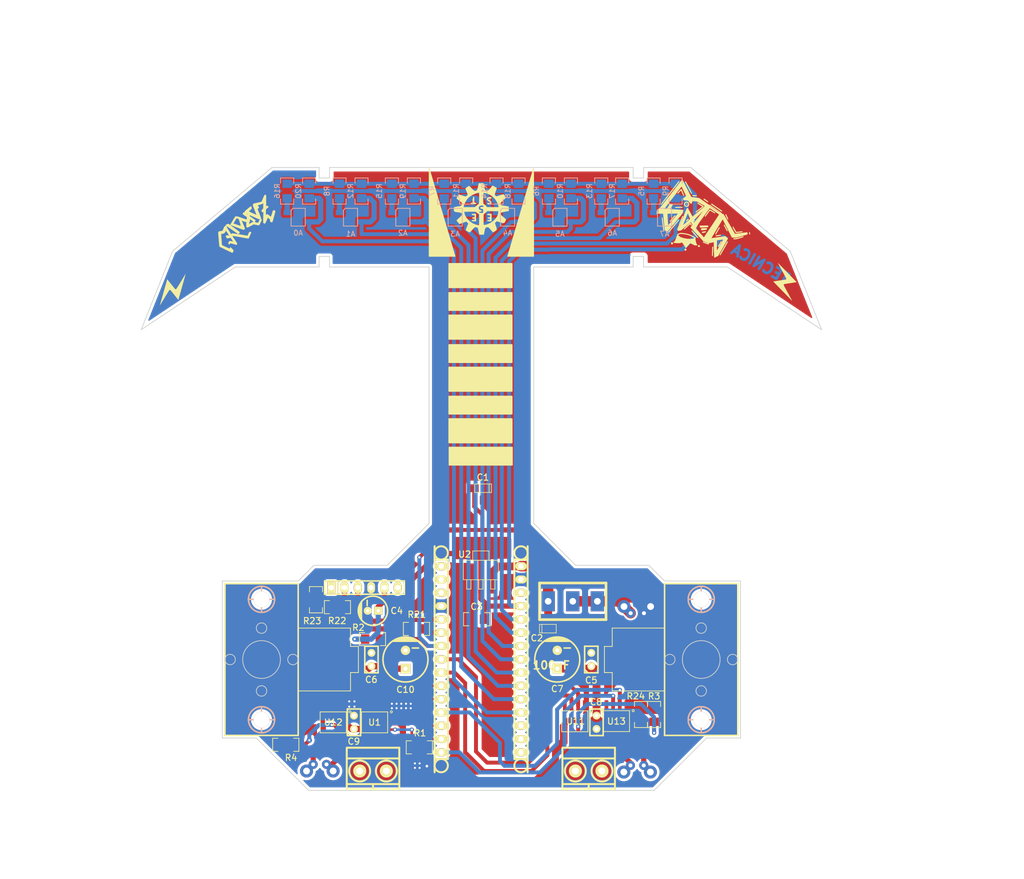
<source format=kicad_pcb>
(kicad_pcb (version 20171130) (host pcbnew "(5.1.4)-1")
  (layers (0 F.Cu signal) (31 B.Cu signal) (34 B.Paste user) (35 F.Paste user) (36 B.SilkS user) (37 F.SilkS user) (38 B.Mask user) (39 F.Mask user) (44 Edge.Cuts user))
  (net 0 "")
  (net 1 GND)
  (net 2 /VIN)
  (net 3 +5V)
  (net 4 /A0)
  (net 5 /A1)
  (net 6 /A2)
  (net 7 /A3)
  (net 8 /A4)
  (net 9 /A5)
  (net 10 /A6)
  (net 11 /A7)
  (net 12 "Net-(R5-Pad2)")
  (net 13 "Net-(R6-Pad2)")
  (net 14 "Net-(R7-Pad2)")
  (net 15 "Net-(R8-Pad2)")
  (net 16 "Net-(R13-Pad2)")
  (net 17 "Net-(R14-Pad2)")
  (net 18 "Net-(R15-Pad2)")
  (net 19 "Net-(R16-Pad2)")
  (net 20 "Net-(J5-Pad2)")
  (net 21 /START)
  (net 22 /tx)
  (net 23 /rx)
  (net 24 /AUX2)
  (net 25 /AUX1)
  (net 26 "Net-(R22-Pad2)")
  (net 27 /AUX3)
  (net 28 /MOTOR2)
  (net 29 /MOTOR1)
  (net 30 /M1A)
  (net 31 /M1B)
  (net 32 /M2B)
  (net 33 /M2A)
  (net 34 "Net-(J6-Pad2)")
  (net 35 "Net-(J6-Pad1)")
  (net 36 "Net-(J7-Pad1)")
  (net 37 "Net-(J7-Pad2)")
  (net 38 "Net-(R1-Pad1)")
  (net 39 "Net-(R3-Pad1)")
  (net 40 "Net-(R4-Pad1)")
  (net 41 "Net-(R24-Pad1)")
  (net 42 /MOTOR4)
  (net 43 /MOTOR3)
  (net 44 /AUX4)
  (net 45 "Net-(J2-Pad2)")
  (module EESTN5:arduino_nano_header (layer F.Cu) (at 99.95 141.95 270)
    (fp_text reference J1 hide)
    (fp_text value Arduino_Nano_Header hide)
    (pad 1 thru_hole oval (at -17.78 7.62 270) (size 1.524 2.19964) (drill 1.00076) (layers *.Cu *.Mask F.SilkS))
    (pad 2 thru_hole oval (at -15.24 7.62 270) (size 1.524 2.19964) (drill 1.00076) (layers *.Cu *.Mask F.SilkS))
    (pad 3 thru_hole oval (at -12.7 7.62 270) (size 1.524 2.19964) (drill 1.00076) (layers *.Cu *.Mask F.SilkS))
    (pad 4 thru_hole oval (at -10.16 7.62 270) (size 1.524 2.19964) (drill 1.00076) (layers *.Cu *.Mask F.SilkS) (net 1 GND))
    (pad 5 thru_hole oval (at -7.62 7.62 270) (size 1.524 2.19964) (drill 1.00076) (layers *.Cu *.Mask F.SilkS) (net 22 /tx))
    (pad 6 thru_hole oval (at -5.08 7.62 270) (size 1.524 2.19964) (drill 1.00076) (layers *.Cu *.Mask F.SilkS) (net 23 /rx))
    (pad 7 thru_hole oval (at -2.54 7.62 270) (size 1.524 2.19964) (drill 1.00076) (layers *.Cu *.Mask F.SilkS) (net 21 /START))
    (pad 8 thru_hole oval (at 0 7.62 270) (size 1.524 2.19964) (drill 1.00076) (layers *.Cu *.Mask F.SilkS) (net 42 /MOTOR4))
    (pad 9 thru_hole oval (at 2.54 7.62 270) (size 1.524 2.19964) (drill 1.00076) (layers *.Cu *.Mask F.SilkS) (net 43 /MOTOR3))
    (pad 10 thru_hole oval (at 5.08 7.62 270) (size 1.524 2.19964) (drill 1.00076) (layers *.Cu *.Mask F.SilkS) (net 44 /AUX4))
    (pad 11 thru_hole oval (at 7.62 7.62 270) (size 1.524 2.19964) (drill 1.00076) (layers *.Cu *.Mask F.SilkS) (net 27 /AUX3))
    (pad 12 thru_hole oval (at 10.16 7.62 270) (size 1.524 2.19964) (drill 1.00076) (layers *.Cu *.Mask F.SilkS) (net 24 /AUX2))
    (pad 13 thru_hole oval (at 12.7 7.62 270) (size 1.524 2.19964) (drill 1.00076) (layers *.Cu *.Mask F.SilkS) (net 28 /MOTOR2))
    (pad 14 thru_hole oval (at 15.24 7.62 270) (size 1.524 2.19964) (drill 1.00076) (layers *.Cu *.Mask F.SilkS) (net 29 /MOTOR1))
    (pad 15 thru_hole oval (at 17.78 7.62 270) (size 1.524 2.19964) (drill 1.00076) (layers *.Cu *.Mask F.SilkS) (net 25 /AUX1))
    (pad 16 thru_hole oval (at 17.78 -7.62 270) (size 1.524 2.19964) (drill 1.00076) (layers *.Cu *.Mask F.SilkS))
    (pad 17 thru_hole oval (at 15.24 -7.62 270) (size 1.524 2.19964) (drill 1.00076) (layers *.Cu *.Mask F.SilkS))
    (pad 18 thru_hole oval (at 12.7 -7.62 270) (size 1.524 2.19964) (drill 1.00076) (layers *.Cu *.Mask F.SilkS))
    (pad 19 thru_hole oval (at 10.16 -7.62 270) (size 1.524 2.19964) (drill 1.00076) (layers *.Cu *.Mask F.SilkS) (net 4 /A0))
    (pad 20 thru_hole oval (at 7.62 -7.62 270) (size 1.524 2.1971) (drill 1.00076) (layers *.Cu *.Mask F.SilkS) (net 5 /A1))
    (pad 21 thru_hole oval (at 5.08 -7.62 270) (size 1.524 2.1971) (drill 1.00076) (layers *.Cu *.Mask F.SilkS) (net 6 /A2))
    (pad 22 thru_hole oval (at 2.54 -7.62 270) (size 1.524 2.1971) (drill 1.00076) (layers *.Cu *.Mask F.SilkS) (net 7 /A3))
    (pad 23 thru_hole oval (at 0 -7.62 270) (size 1.524 2.1971) (drill 1.00076) (layers *.Cu *.Mask F.SilkS) (net 8 /A4))
    (pad 24 thru_hole oval (at -2.54 -7.62 270) (size 1.524 2.1971) (drill 0.99822) (layers *.Cu *.Mask F.SilkS) (net 9 /A5))
    (pad 25 thru_hole oval (at -5.08 -7.62 270) (size 1.524 2.1971) (drill 0.99822) (layers *.Cu *.Mask F.SilkS) (net 10 /A6))
    (pad 26 thru_hole oval (at -7.62 -7.62 270) (size 1.524 2.1971) (drill 0.99822) (layers *.Cu *.Mask F.SilkS) (net 11 /A7))
    (pad 27 thru_hole oval (at -10.16 -7.62 270) (size 1.524 2.1971) (drill 0.99822) (layers *.Cu *.Mask F.SilkS) (net 3 +5V))
    (pad 28 thru_hole oval (at -12.7 -7.62 270) (size 1.524 2.1971) (drill 0.99822) (layers *.Cu *.Mask F.SilkS))
    (pad 29 thru_hole oval (at -15.24 -7.62 270) (size 1.524 2.1971) (drill 0.99822) (layers *.Cu *.Mask F.SilkS) (net 1 GND))
    (pad 30 thru_hole oval (at -17.78 -7.62 270) (size 1.524 2.1971) (drill 0.99822) (layers *.Cu *.Mask F.SilkS) (net 2 /VIN))
  )
  (module EESTN5:CAP_TAN_A (layer F.Cu) (at 100.33 109.28)
    (fp_text reference C1 (at -0.03 -2.08) (layer F.SilkS) (effects (font (size 1.2 1.2) (thickness 0.2))))
    (fp_text value 10UF hide)
    (pad 1 smd rect (at -1.7 0) (size 1.7 1.5) (layers F.Cu F.Paste F.Mask) (net 21 /START))
    (pad 2 smd rect (at 1.7 0) (size 1.7 1.5) (layers F.Cu F.Paste F.Mask) (net 1 GND))
  )
  (module EESTN5:Pulsador_4_SMD (layer F.Cu) (at 100 115 270)
    (fp_text reference SW1 hide)
    (fp_text value SW_PUSH)
    (pad 4 smd rect (at 2.25 5 270) (size 1 2.54) (layers F.Cu F.Paste F.Mask) (net 21 /START))
    (pad 3 smd rect (at 2.25 -5 270) (size 1 2.54) (layers F.Cu F.Paste F.Mask) (net 21 /START))
    (pad 2 smd rect (at -2.25 5 270) (size 1 2.54) (layers F.Cu F.Paste F.Mask) (net 1 GND))
    (pad 1 smd rect (at -2.25 -5 270) (size 1 2.54) (layers F.Cu F.Paste F.Mask) (net 1 GND))
  )
  (module EESTN5:BORNERA2_DUO (layer F.Cu) (at 129.79 131.88 180)
    (fp_text reference J2 hide)
    (fp_text value ALIMENTACION hide)
    (pad 2 thru_hole circle (at 1.27 -1.27 180) (size 1.75 1.75) (drill 0.762) (layers *.Cu *.Mask) (net 45 "Net-(J2-Pad2)"))
    (pad 1 thru_hole circle (at -1.27 -1.27 180) (size 1.75 1.75) (drill 0.762) (layers *.Cu *.Mask) (net 1 GND))
    (pad 2 thru_hole circle (at 2.54 0 180) (size 2.5 2.5) (drill 1.3) (layers *.Cu *.Mask) (net 45 "Net-(J2-Pad2)"))
    (pad 1 thru_hole circle (at -2.54 0 180) (size 2.5 2.5) (drill 1.3) (layers *.Cu *.Mask) (net 1 GND))
    (pad 1 smd rect (at -2.25 2.75 180) (size 3.5 4) (layers F.Cu F.Paste F.Mask) (net 1 GND))
    (pad 2 smd rect (at 2.25 2.75 180) (size 3.5 4) (layers F.Cu F.Paste F.Mask) (net 45 "Net-(J2-Pad2)"))
  )
  (module EESTN5:HC-05 (layer F.Cu) (at 77.67 128.26)
    (fp_text reference J5 hide)
    (fp_text value HC-05 hide)
    (pad 6 thru_hole oval (at 6.35 0) (size 1.524 2.19964) (drill 1.00076) (layers *.Cu *.Mask F.SilkS))
    (pad 5 thru_hole oval (at 3.81 0) (size 1.524 2.19964) (drill 1.00076) (layers *.Cu *.Mask F.SilkS) (net 3 +5V))
    (pad 4 thru_hole oval (at 1.27 0) (size 1.524 2.19964) (drill 1.00076) (layers *.Cu *.Mask F.SilkS) (net 1 GND))
    (pad 3 thru_hole oval (at -1.27 0) (size 1.524 2.19964) (drill 1.00076) (layers *.Cu *.Mask F.SilkS) (net 22 /tx))
    (pad 2 thru_hole oval (at -3.81 0) (size 1.524 2.19964) (drill 1.00076) (layers *.Cu *.Mask F.SilkS) (net 20 "Net-(J5-Pad2)"))
    (pad 1 thru_hole rect (at -6.35 0) (size 1.524 2.19964) (drill 1.00076) (layers *.Cu *.Mask F.SilkS))
  )
  (module EESTN5:SW_SPDT_TH_Vertical (layer F.Cu) (at 117.46 130.88 270)
    (fp_text reference SW3 hide)
    (fp_text value SW_SPDT hide)
    (pad 3 thru_hole rect (at 0 4.7 270) (size 3.81 2.54) (drill 1.27) (layers *.Cu *.Mask) (net 2 /VIN))
    (pad 1 thru_hole rect (at 0 -4.7 270) (size 3.81 2.54) (drill 1.27) (layers *.Cu *.Mask) (net 45 "Net-(J2-Pad2)"))
    (pad 2 thru_hole rect (at 0 0 270) (size 3.81 2.54) (drill 1.27) (layers *.Cu *.Mask) (net 45 "Net-(J2-Pad2)"))
  )
  (module EESTN5:BORNERA2_DUO (layer F.Cu) (at 129.75 163.5)
    (fp_text reference J7 hide)
    (fp_text value "Helice I" hide)
    (pad 2 thru_hole circle (at 1.27 -1.27) (size 1.75 1.75) (drill 0.762) (layers *.Cu *.Mask) (net 37 "Net-(J7-Pad2)"))
    (pad 1 thru_hole circle (at -1.27 -1.27) (size 1.75 1.75) (drill 0.762) (layers *.Cu *.Mask) (net 36 "Net-(J7-Pad1)"))
    (pad 2 thru_hole circle (at 2.54 0) (size 2.5 2.5) (drill 1.3) (layers *.Cu *.Mask) (net 37 "Net-(J7-Pad2)"))
    (pad 1 thru_hole circle (at -2.54 0) (size 2.5 2.5) (drill 1.3) (layers *.Cu *.Mask) (net 36 "Net-(J7-Pad1)"))
  )
  (module EESTN5:BORNERA2_DUO (layer F.Cu) (at 69.14 163.3)
    (fp_text reference J6 hide)
    (fp_text value "Helice D" hide)
    (pad 2 thru_hole circle (at 1.27 -1.27) (size 1.75 1.75) (drill 0.762) (layers *.Cu *.Mask) (net 34 "Net-(J6-Pad2)"))
    (pad 1 thru_hole circle (at -1.27 -1.27) (size 1.75 1.75) (drill 0.762) (layers *.Cu *.Mask) (net 35 "Net-(J6-Pad1)"))
    (pad 2 thru_hole circle (at 2.54 0) (size 2.5 2.5) (drill 1.3) (layers *.Cu *.Mask) (net 34 "Net-(J6-Pad2)"))
    (pad 1 thru_hole circle (at -2.54 0) (size 2.5 2.5) (drill 1.3) (layers *.Cu *.Mask) (net 35 "Net-(J6-Pad1)"))
  )
  (module EESTN5:CAP_0.1 (layer F.Cu) (at 75.66 153.99 90)
    (fp_text reference C9 (at -3.66 -0.03 180) (layer F.SilkS) (effects (font (size 1.2 1.2) (thickness 0.2))))
    (fp_text value 100nF hide)
    (pad 2 thru_hole circle (at 1.27 0 90) (size 1.50114 1.50114) (drill 0.8001) (layers *.Cu *.Mask F.SilkS) (net 1 GND))
    (pad 1 thru_hole circle (at -1.27 0 90) (size 1.50114 1.50114) (drill 0.8001) (layers *.Cu *.Mask F.SilkS) (net 2 /VIN))
  )
  (module EESTN5:CAP_0.1 (layer F.Cu) (at 122 153.99 270)
    (fp_text reference C8 (at -3.87 0.1 180) (layer F.SilkS) (effects (font (size 1.2 1.2) (thickness 0.2))))
    (fp_text value 100nF hide)
    (pad 2 thru_hole circle (at 1.27 0 270) (size 1.50114 1.50114) (drill 0.8001) (layers *.Cu *.Mask F.SilkS) (net 1 GND))
    (pad 1 thru_hole circle (at -1.27 0 270) (size 1.50114 1.50114) (drill 0.8001) (layers *.Cu *.Mask F.SilkS) (net 2 /VIN))
  )
  (module EESTN5:CAP_0.1 (layer F.Cu) (at 79 142 90)
    (fp_text reference C6 (at -3.84 -0.03 180) (layer F.SilkS) (effects (font (size 1.2 1.2) (thickness 0.2))))
    (fp_text value 100nF hide)
    (pad 2 thru_hole circle (at 1.27 0 90) (size 1.50114 1.50114) (drill 0.8001) (layers *.Cu *.Mask F.SilkS) (net 1 GND))
    (pad 1 thru_hole circle (at -1.27 0 90) (size 1.50114 1.50114) (drill 0.8001) (layers *.Cu *.Mask F.SilkS) (net 2 /VIN))
  )
  (module EESTN5:CAP_0.1 (layer F.Cu) (at 121 142 90)
    (fp_text reference C5 (at -3.96 -0.01 180) (layer F.SilkS) (effects (font (size 1.2 1.2) (thickness 0.2))))
    (fp_text value 100nF hide)
    (pad 2 thru_hole circle (at 1.27 0 90) (size 1.50114 1.50114) (drill 0.8001) (layers *.Cu *.Mask F.SilkS) (net 1 GND))
    (pad 1 thru_hole circle (at -1.27 0 90) (size 1.50114 1.50114) (drill 0.8001) (layers *.Cu *.Mask F.SilkS) (net 2 /VIN))
  )
  (module EESTN5:Logo_Rayo (layer F.Cu) (at 41.25 71.5 320)
    (fp_text reference LG5 hide)
    (fp_text value Mounting_Hole hide)
  )
  (module EESTN5:R_1206 (layer F.Cu) (at 79.2 138.1 180)
    (fp_text reference R2 (at 2.7 2.2) (layer F.SilkS) (effects (font (size 1.2 1.2) (thickness 0.2))))
    (fp_text value 10K hide)
    (pad 2 smd rect (at -1.397 0 180) (size 1.6002 1.8034) (layers F.Cu F.Paste F.Mask) (net 21 /START))
    (pad 1 smd rect (at 1.397 0 180) (size 1.6002 1.8034) (layers F.Cu F.Paste F.Mask) (net 3 +5V))
  )
  (module EESTN5:Pololu_Micro_Con_Soporte_Simple (layer F.Cu) (at 58 142 270)
    (fp_text reference RI1 hide)
    (fp_text value Mounting_Hole hide)
    (pad 4 thru_hole circle (at -11.5 0 270) (size 3 3) (drill 3) (layers *.Cu F.SilkS))
    (pad 1 thru_hole circle (at 11.5 0 270) (size 3 3) (drill 3) (layers *.Cu F.SilkS))
  )
  (module EESTN5:Pololu_Micro_Con_Soporte_Simple (layer F.Cu) (at 142 142 90)
    (fp_text reference RD1 hide)
    (fp_text value Mounting_Hole hide)
    (pad 4 thru_hole circle (at -11.5 0 90) (size 3 3) (drill 3) (layers *.Cu F.SilkS))
    (pad 1 thru_hole circle (at 11.5 0 90) (size 3 3) (drill 3) (layers *.Cu F.SilkS))
  )
  (module EESTN5:Logo_Rayo (layer F.Cu) (at 158.25 69.75 20)
    (fp_text reference LG4 hide)
    (fp_text value Mounting_Hole hide)
  )
  (module EESTN5:Logo_Zarate_Nombre (layer F.Cu) (at 55 59 220)
    (fp_text reference LG3 hide)
    (fp_text value Mounting_Hole hide)
  )
  (module EESTN5:Logo_Zarate (layer F.Cu) (at 142 59 150)
    (fp_text reference LG2 hide)
    (fp_text value Mounting_Hole hide)
  )
  (module EESTN5:LOGO_EESTN5 (layer F.Cu) (at 100 56 180)
    (fp_text reference LG1 hide)
    (fp_text value Mounting_Hole hide)
  )
  (module EESTN5:SSOP-8 (layer F.Cu) (at 125.8 153.774999 180)
    (fp_text reference U13 (at 0 -0.025001) (layer F.SilkS) (effects (font (size 1.2 1.2) (thickness 0.2))))
    (fp_text value DRV8872 hide)
    (pad 8 smd rect (at -1.905 -3) (size 0.7112 2) (layers F.Cu F.Paste F.Mask) (net 37 "Net-(J7-Pad2)"))
    (pad 7 smd rect (at -0.635 -3) (size 0.7112 2) (layers F.Cu F.Paste F.Mask) (net 41 "Net-(R24-Pad1)"))
    (pad 6 smd rect (at 0.635 -3) (size 0.7112 2) (layers F.Cu F.Paste F.Mask) (net 36 "Net-(J7-Pad1)"))
    (pad 5 smd rect (at 1.905 -3) (size 0.7112 2) (layers F.Cu F.Paste F.Mask) (net 2 /VIN))
    (pad 4 smd rect (at 1.905 3 180) (size 0.7112 2) (layers F.Cu F.Paste F.Mask))
    (pad 3 smd rect (at 0.635 3 180) (size 0.7112 2) (layers F.Cu F.Paste F.Mask) (net 25 /AUX1))
    (pad 2 smd rect (at -0.635 3 180) (size 0.7112 2) (layers F.Cu F.Paste F.Mask) (net 24 /AUX2))
    (pad 1 smd rect (at -1.905 3 180) (size 0.7112 2) (layers F.Cu F.Paste F.Mask) (net 1 GND))
  )
  (module EESTN5:R_1206 (layer F.Cu) (at 62.63 158.29)
    (fp_text reference R4 (at 1.01 2.47) (layer F.SilkS) (effects (font (size 1.2 1.2) (thickness 0.2))))
    (fp_text value Rsense hide)
    (pad 1 smd rect (at 1.397 0) (size 1.6002 1.8034) (layers F.Cu F.Paste F.Mask) (net 40 "Net-(R4-Pad1)"))
    (pad 2 smd rect (at -1.397 0) (size 1.6002 1.8034) (layers F.Cu F.Paste F.Mask) (net 1 GND))
  )
  (module EESTN5:CAP_TAN_A (layer F.Cu) (at 112.7 136.1 180)
    (fp_text reference C2 (at 2.1 -1.8 180) (layer F.SilkS) (effects (font (size 1.2 1.2) (thickness 0.2))))
    (fp_text value 100uF hide)
    (pad 2 smd rect (at 1.7 0 180) (size 1.7 1.5) (layers F.Cu F.Paste F.Mask) (net 1 GND))
    (pad 1 smd rect (at -1.7 0 180) (size 1.7 1.5) (layers F.Cu F.Paste F.Mask) (net 2 /VIN))
  )
  (module EESTN5:C_1206 (layer F.Cu) (at 99.1 134.3)
    (fp_text reference C3 (at 0 -2.4) (layer F.SilkS) (effects (font (size 1.2 1.2) (thickness 0.2))))
    (fp_text value 100nF hide)
    (pad 1 smd rect (at 1.397 0) (size 1.6002 1.8034) (layers F.Cu F.Paste F.Mask) (net 3 +5V))
    (pad 2 smd rect (at -1.397 0) (size 1.6002 1.8034) (layers F.Cu F.Paste F.Mask) (net 1 GND))
  )
  (module EESTN5:CAP_ELEC_5x11mm (layer F.Cu) (at 79.28 132.69 90)
    (fp_text reference C4 (at 0 4.55 180) (layer F.SilkS) (effects (font (size 1.2 1.2) (thickness 0.2))))
    (fp_text value 100uF hide)
    (pad 2 thru_hole circle (at 0 -1 90) (size 1.524 1.524) (drill 0.65) (layers *.Cu *.Mask F.SilkS) (net 1 GND))
    (pad 1 thru_hole rect (at 0 1 90) (size 1.524 1.524) (drill 0.65) (layers *.Cu *.Mask F.SilkS) (net 3 +5V))
  )
  (module EESTN5:BORNERA2_AZUL (layer F.Cu) (at 79.3 163.3)
    (fp_text reference J3 hide)
    (fp_text value "MOTOR 1" hide)
    (pad 1 thru_hole circle (at -2.54 0) (size 2.5 2.5) (drill 1.3) (layers *.Cu *.Mask F.SilkS) (net 30 /M1A))
    (pad 2 thru_hole circle (at 2.54 0) (size 2.5 2.5) (drill 1.3) (layers *.Cu *.Mask F.SilkS) (net 31 /M1B))
  )
  (module EESTN5:BORNERA2_AZUL (layer F.Cu) (at 120.5 163.3)
    (fp_text reference J4 hide)
    (fp_text value "MOTOR 2" hide)
    (pad 2 thru_hole circle (at 2.54 0) (size 2.5 2.5) (drill 1.3) (layers *.Cu *.Mask F.SilkS) (net 32 /M2B))
    (pad 1 thru_hole circle (at -2.54 0) (size 2.5 2.5) (drill 1.3) (layers *.Cu *.Mask F.SilkS) (net 33 /M2A))
  )
  (module EESTN5:R_1206 (layer B.Cu) (at 132.9 52.5 90)
    (fp_text reference R5 (at 0 -2.3 90) (layer B.SilkS) (effects (justify mirror)))
    (fp_text value 220 hide)
    (pad 2 smd rect (at -1.397 0 90) (size 1.6002 1.8034) (layers B.Cu B.Paste B.Mask) (net 12 "Net-(R5-Pad2)"))
    (pad 1 smd rect (at 1.397 0 90) (size 1.6002 1.8034) (layers B.Cu B.Paste B.Mask) (net 3 +5V))
  )
  (module EESTN5:R_1206 (layer B.Cu) (at 112.9 52.5 90)
    (fp_text reference R6 (at 0 -2.4 90) (layer B.SilkS) (effects (justify mirror)))
    (fp_text value 220 hide)
    (pad 2 smd rect (at -1.397 0 90) (size 1.6002 1.8034) (layers B.Cu B.Paste B.Mask) (net 13 "Net-(R6-Pad2)"))
    (pad 1 smd rect (at 1.397 0 90) (size 1.6002 1.8034) (layers B.Cu B.Paste B.Mask) (net 3 +5V))
  )
  (module EESTN5:R_1206 (layer B.Cu) (at 92.9 52.503 90)
    (fp_text reference R7 (at 0.053 -2.35 90) (layer B.SilkS) (effects (justify mirror)))
    (fp_text value 220 hide)
    (pad 1 smd rect (at 1.397 0 90) (size 1.6002 1.8034) (layers B.Cu B.Paste B.Mask) (net 3 +5V))
    (pad 2 smd rect (at -1.397 0 90) (size 1.6002 1.8034) (layers B.Cu B.Paste B.Mask) (net 14 "Net-(R7-Pad2)"))
  )
  (module EESTN5:R_1206 (layer B.Cu) (at 72.9 52.497 90)
    (fp_text reference R8 (at -0.003 -2.4 90) (layer B.SilkS) (effects (justify mirror)))
    (fp_text value 220 hide)
    (pad 1 smd rect (at 1.397 0 90) (size 1.6002 1.8034) (layers B.Cu B.Paste B.Mask) (net 3 +5V))
    (pad 2 smd rect (at -1.397 0 90) (size 1.6002 1.8034) (layers B.Cu B.Paste B.Mask) (net 15 "Net-(R8-Pad2)"))
  )
  (module EESTN5:R_1206 (layer B.Cu) (at 137.1 52.5 90)
    (fp_text reference R9 (at 0.05 -1.9 90) (layer B.SilkS) (effects (justify mirror)))
    (fp_text value 1OK hide)
    (pad 1 smd rect (at 1.397 0 90) (size 1.6002 1.8034) (layers B.Cu B.Paste B.Mask) (net 3 +5V))
    (pad 2 smd rect (at -1.397 0 90) (size 1.6002 1.8034) (layers B.Cu B.Paste B.Mask) (net 11 /A7))
  )
  (module EESTN5:R_1206 (layer B.Cu) (at 117.1 52.5 90)
    (fp_text reference R10 (at 0 -2.05 90) (layer B.SilkS) (effects (justify mirror)))
    (fp_text value 1OK hide)
    (pad 2 smd rect (at -1.397 0 90) (size 1.6002 1.8034) (layers B.Cu B.Paste B.Mask) (net 9 /A5))
    (pad 1 smd rect (at 1.397 0 90) (size 1.6002 1.8034) (layers B.Cu B.Paste B.Mask) (net 3 +5V))
  )
  (module EESTN5:R_1206 (layer B.Cu) (at 97.1 52.5 90)
    (fp_text reference R11 (at 0 -1.9 90) (layer B.SilkS) (effects (justify mirror)))
    (fp_text value 1OK hide)
    (pad 2 smd rect (at -1.397 0 90) (size 1.6002 1.8034) (layers B.Cu B.Paste B.Mask) (net 7 /A3))
    (pad 1 smd rect (at 1.397 0 90) (size 1.6002 1.8034) (layers B.Cu B.Paste B.Mask) (net 3 +5V))
  )
  (module EESTN5:R_1206 (layer B.Cu) (at 77.1 52.5 90)
    (fp_text reference R12 (at 0 -2.1 90) (layer B.SilkS) (effects (justify mirror)))
    (fp_text value 1OK hide)
    (pad 2 smd rect (at -1.397 0 90) (size 1.6002 1.8034) (layers B.Cu B.Paste B.Mask) (net 5 /A1))
    (pad 1 smd rect (at 1.397 0 90) (size 1.6002 1.8034) (layers B.Cu B.Paste B.Mask) (net 3 +5V))
  )
  (module EESTN5:R_1206 (layer B.Cu) (at 122.9 52.5 90)
    (fp_text reference R13 (at 0 -2.25 90) (layer B.SilkS) (effects (justify mirror)))
    (fp_text value 220 hide)
    (pad 2 smd rect (at -1.397 0 90) (size 1.6002 1.8034) (layers B.Cu B.Paste B.Mask) (net 16 "Net-(R13-Pad2)"))
    (pad 1 smd rect (at 1.397 0 90) (size 1.6002 1.8034) (layers B.Cu B.Paste B.Mask) (net 3 +5V))
  )
  (module EESTN5:R_1206 (layer B.Cu) (at 102.9 52.497 90)
    (fp_text reference R14 (at -0.003 -2.3 90) (layer B.SilkS) (effects (justify mirror)))
    (fp_text value 220 hide)
    (pad 1 smd rect (at 1.397 0 90) (size 1.6002 1.8034) (layers B.Cu B.Paste B.Mask) (net 3 +5V))
    (pad 2 smd rect (at -1.397 0 90) (size 1.6002 1.8034) (layers B.Cu B.Paste B.Mask) (net 17 "Net-(R14-Pad2)"))
  )
  (module EESTN5:R_1206 (layer B.Cu) (at 82.9 52.503 90)
    (fp_text reference R15 (at 0.003 -2.4 90) (layer B.SilkS) (effects (justify mirror)))
    (fp_text value 220 hide)
    (pad 1 smd rect (at 1.397 0 90) (size 1.6002 1.8034) (layers B.Cu B.Paste B.Mask) (net 3 +5V))
    (pad 2 smd rect (at -1.397 0 90) (size 1.6002 1.8034) (layers B.Cu B.Paste B.Mask) (net 18 "Net-(R15-Pad2)"))
  )
  (module EESTN5:R_1206 (layer B.Cu) (at 62.9 52.5 90)
    (fp_text reference R16 (at 0 -1.9 90) (layer B.SilkS) (effects (justify mirror)))
    (fp_text value 220 hide)
    (pad 1 smd rect (at 1.397 0 90) (size 1.6002 1.8034) (layers B.Cu B.Paste B.Mask) (net 3 +5V))
    (pad 2 smd rect (at -1.397 0 90) (size 1.6002 1.8034) (layers B.Cu B.Paste B.Mask) (net 19 "Net-(R16-Pad2)"))
  )
  (module EESTN5:R_1206 (layer B.Cu) (at 126.9 52.5 90)
    (fp_text reference R17 (at 0 -1.9 90) (layer B.SilkS) (effects (justify mirror)))
    (fp_text value 1OK hide)
    (pad 1 smd rect (at 1.397 0 90) (size 1.6002 1.8034) (layers B.Cu B.Paste B.Mask) (net 3 +5V))
    (pad 2 smd rect (at -1.397 0 90) (size 1.6002 1.8034) (layers B.Cu B.Paste B.Mask) (net 10 /A6))
  )
  (module EESTN5:R_1206 (layer B.Cu) (at 107.1 52.5 90)
    (fp_text reference R18 (at 0 -2.05 90) (layer B.SilkS) (effects (justify mirror)))
    (fp_text value 1OK hide)
    (pad 1 smd rect (at 1.397 0 90) (size 1.6002 1.8034) (layers B.Cu B.Paste B.Mask) (net 3 +5V))
    (pad 2 smd rect (at -1.397 0 90) (size 1.6002 1.8034) (layers B.Cu B.Paste B.Mask) (net 8 /A4))
  )
  (module EESTN5:R_1206 (layer B.Cu) (at 87.1 52.5 90)
    (fp_text reference R19 (at 0 -2.1 90) (layer B.SilkS) (effects (justify mirror)))
    (fp_text value 1OK hide)
    (pad 2 smd rect (at -1.397 0 90) (size 1.6002 1.8034) (layers B.Cu B.Paste B.Mask) (net 6 /A2))
    (pad 1 smd rect (at 1.397 0 90) (size 1.6002 1.8034) (layers B.Cu B.Paste B.Mask) (net 3 +5V))
  )
  (module EESTN5:R_1206 (layer B.Cu) (at 67.1 52.503 90)
    (fp_text reference R20 (at 0.003 -2.05 90) (layer B.SilkS) (effects (justify mirror)))
    (fp_text value 1OK hide)
    (pad 2 smd rect (at -1.397 0 90) (size 1.6002 1.8034) (layers B.Cu B.Paste B.Mask) (net 4 /A0))
    (pad 1 smd rect (at 1.397 0 90) (size 1.6002 1.8034) (layers B.Cu B.Paste B.Mask) (net 3 +5V))
  )
  (module EESTN5:R_1206 (layer F.Cu) (at 87.59 136.15)
    (fp_text reference R21 (at 0.06 -2.74) (layer F.SilkS) (effects (font (size 1.2 1.2) (thickness 0.2))))
    (fp_text value 1k hide)
    (pad 1 smd rect (at 1.397 0) (size 1.6002 1.8034) (layers F.Cu F.Paste F.Mask) (net 23 /rx))
    (pad 2 smd rect (at -1.397 0) (size 1.6002 1.8034) (layers F.Cu F.Paste F.Mask) (net 20 "Net-(J5-Pad2)"))
  )
  (module EESTN5:R_1206 (layer F.Cu) (at 72.5 132)
    (fp_text reference R22 (at -0.05 2.6) (layer F.SilkS) (effects (font (size 1.2 1.2) (thickness 0.2))))
    (fp_text value 1k hide)
    (pad 1 smd rect (at 1.397 0) (size 1.6002 1.8034) (layers F.Cu F.Paste F.Mask) (net 20 "Net-(J5-Pad2)"))
    (pad 2 smd rect (at -1.397 0) (size 1.6002 1.8034) (layers F.Cu F.Paste F.Mask) (net 26 "Net-(R22-Pad2)"))
  )
  (module EESTN5:R_1206 (layer F.Cu) (at 68.4 130.58 270)
    (fp_text reference R23 (at 4.05 0.72) (layer F.SilkS) (effects (font (size 1.2 1.2) (thickness 0.2))))
    (fp_text value 1k hide)
    (pad 2 smd rect (at -1.397 0 270) (size 1.6002 1.8034) (layers F.Cu F.Paste F.Mask) (net 1 GND))
    (pad 1 smd rect (at 1.397 0 270) (size 1.6002 1.8034) (layers F.Cu F.Paste F.Mask) (net 26 "Net-(R22-Pad2)"))
  )
  (module EESTN5:SOT223 (layer F.Cu) (at 99.9 124.9)
    (fp_text reference U2 (at -3.1 -3) (layer F.SilkS) (effects (font (size 1.2 1.2) (thickness 0.2))))
    (fp_text value LM1117-SOT hide)
    (pad 1 smd rect (at -2.3 3.3) (size 1 2.4) (layers F.Cu F.Paste F.Mask) (net 1 GND))
    (pad 2 smd rect (at 0 3.3) (size 1 2.4) (layers F.Cu F.Paste F.Mask) (net 3 +5V))
    (pad 3 smd rect (at 2.3 3.3) (size 1 2.4) (layers F.Cu F.Paste F.Mask) (net 2 /VIN))
    (pad 4 smd rect (at 0 -3.15) (size 3.8 2.4) (layers F.Cu F.Paste F.Mask) (net 3 +5V))
  )
  (module EESTN5:QRE1113GR (layer B.Cu) (at 135 57.5 180)
    (fp_text reference U3 hide)
    (fp_text value QRE1113 hide)
    (pad 4 smd rect (at 2.1 -0.9 180) (size 1.4 1) (layers B.Cu B.Paste B.Mask) (net 1 GND))
    (pad 3 smd rect (at -2.1 -0.9 180) (size 1.4 1) (layers B.Cu B.Paste B.Mask) (net 11 /A7))
    (pad 2 smd rect (at -2.1 0.9 180) (size 1.4 1) (layers B.Cu B.Paste B.Mask) (net 1 GND))
    (pad 1 smd rect (at 2.1 0.9 180) (size 1.4 1) (layers B.Cu B.Paste B.Mask) (net 12 "Net-(R5-Pad2)"))
  )
  (module EESTN5:QRE1113GR (layer B.Cu) (at 115 57.5 180)
    (fp_text reference U4 hide)
    (fp_text value QRE1113 hide)
    (pad 4 smd rect (at 2.1 -0.9 180) (size 1.4 1) (layers B.Cu B.Paste B.Mask) (net 1 GND))
    (pad 3 smd rect (at -2.1 -0.9 180) (size 1.4 1) (layers B.Cu B.Paste B.Mask) (net 9 /A5))
    (pad 2 smd rect (at -2.1 0.9 180) (size 1.4 1) (layers B.Cu B.Paste B.Mask) (net 1 GND))
    (pad 1 smd rect (at 2.1 0.9 180) (size 1.4 1) (layers B.Cu B.Paste B.Mask) (net 13 "Net-(R6-Pad2)"))
  )
  (module EESTN5:QRE1113GR (layer B.Cu) (at 95 57.5 180)
    (fp_text reference U5 hide)
    (fp_text value QRE1113 hide)
    (pad 1 smd rect (at 2.1 0.9 180) (size 1.4 1) (layers B.Cu B.Paste B.Mask) (net 14 "Net-(R7-Pad2)"))
    (pad 2 smd rect (at -2.1 0.9 180) (size 1.4 1) (layers B.Cu B.Paste B.Mask) (net 1 GND))
    (pad 3 smd rect (at -2.1 -0.9 180) (size 1.4 1) (layers B.Cu B.Paste B.Mask) (net 7 /A3))
    (pad 4 smd rect (at 2.1 -0.9 180) (size 1.4 1) (layers B.Cu B.Paste B.Mask) (net 1 GND))
  )
  (module EESTN5:QRE1113GR (layer B.Cu) (at 75 57.5 180)
    (fp_text reference U6 hide)
    (fp_text value QRE1113 hide)
    (pad 1 smd rect (at 2.1 0.9 180) (size 1.4 1) (layers B.Cu B.Paste B.Mask) (net 15 "Net-(R8-Pad2)"))
    (pad 2 smd rect (at -2.1 0.9 180) (size 1.4 1) (layers B.Cu B.Paste B.Mask) (net 1 GND))
    (pad 3 smd rect (at -2.1 -0.9 180) (size 1.4 1) (layers B.Cu B.Paste B.Mask) (net 5 /A1))
    (pad 4 smd rect (at 2.1 -0.9 180) (size 1.4 1) (layers B.Cu B.Paste B.Mask) (net 1 GND))
  )
  (module EESTN5:QRE1113GR (layer B.Cu) (at 125 57.5 180)
    (fp_text reference U7 hide)
    (fp_text value QRE1113 hide)
    (pad 1 smd rect (at 2.1 0.9 180) (size 1.4 1) (layers B.Cu B.Paste B.Mask) (net 16 "Net-(R13-Pad2)"))
    (pad 2 smd rect (at -2.1 0.9 180) (size 1.4 1) (layers B.Cu B.Paste B.Mask) (net 1 GND))
    (pad 3 smd rect (at -2.1 -0.9 180) (size 1.4 1) (layers B.Cu B.Paste B.Mask) (net 10 /A6))
    (pad 4 smd rect (at 2.1 -0.9 180) (size 1.4 1) (layers B.Cu B.Paste B.Mask) (net 1 GND))
  )
  (module EESTN5:QRE1113GR (layer B.Cu) (at 105 57.5 180)
    (fp_text reference U8 hide)
    (fp_text value QRE1113 hide)
    (pad 1 smd rect (at 2.1 0.9 180) (size 1.4 1) (layers B.Cu B.Paste B.Mask) (net 17 "Net-(R14-Pad2)"))
    (pad 2 smd rect (at -2.1 0.9 180) (size 1.4 1) (layers B.Cu B.Paste B.Mask) (net 1 GND))
    (pad 3 smd rect (at -2.1 -0.9 180) (size 1.4 1) (layers B.Cu B.Paste B.Mask) (net 8 /A4))
    (pad 4 smd rect (at 2.1 -0.9 180) (size 1.4 1) (layers B.Cu B.Paste B.Mask) (net 1 GND))
  )
  (module EESTN5:QRE1113GR (layer B.Cu) (at 85 57.5 180)
    (fp_text reference U9 hide)
    (fp_text value QRE1113 hide)
    (pad 4 smd rect (at 2.1 -0.9 180) (size 1.4 1) (layers B.Cu B.Paste B.Mask) (net 1 GND))
    (pad 3 smd rect (at -2.1 -0.9 180) (size 1.4 1) (layers B.Cu B.Paste B.Mask) (net 6 /A2))
    (pad 2 smd rect (at -2.1 0.9 180) (size 1.4 1) (layers B.Cu B.Paste B.Mask) (net 1 GND))
    (pad 1 smd rect (at 2.1 0.9 180) (size 1.4 1) (layers B.Cu B.Paste B.Mask) (net 18 "Net-(R15-Pad2)"))
  )
  (module EESTN5:QRE1113GR (layer B.Cu) (at 65 57.5 180)
    (fp_text reference U10 hide)
    (fp_text value A0 hide)
    (pad 4 smd rect (at 2.1 -0.9 180) (size 1.4 1) (layers B.Cu B.Paste B.Mask) (net 1 GND))
    (pad 3 smd rect (at -2.1 -0.9 180) (size 1.4 1) (layers B.Cu B.Paste B.Mask) (net 4 /A0))
    (pad 2 smd rect (at -2.1 0.9 180) (size 1.4 1) (layers B.Cu B.Paste B.Mask) (net 1 GND))
    (pad 1 smd rect (at 2.1 0.9 180) (size 1.4 1) (layers B.Cu B.Paste B.Mask) (net 19 "Net-(R16-Pad2)"))
  )
  (module EESTN5:CAP_ELEC_8x11.5mm (layer F.Cu) (at 114.5 142)
    (fp_text reference C7 (at 0 5.6) (layer F.SilkS) (effects (font (size 1.2 1.2) (thickness 0.2))))
    (fp_text value 100uF (at -1.147599 1.102401) (layer F.SilkS) (effects (font (size 1.524 1.524) (thickness 0.3048))))
    (pad 1 thru_hole rect (at 0 1.75) (size 1.8 1.8) (drill 0.8) (layers *.Cu *.Mask F.SilkS) (net 2 /VIN))
    (pad 2 thru_hole circle (at 0 -1.75) (size 1.8 1.8) (drill 0.8) (layers *.Cu *.Mask F.SilkS) (net 1 GND))
  )
  (module EESTN5:CAP_ELEC_8x11.5mm (layer F.Cu) (at 85.5 142)
    (fp_text reference C10 (at 0 5.75) (layer F.SilkS) (effects (font (size 1.2 1.2) (thickness 0.2))))
    (fp_text value 100uF hide)
    (pad 2 thru_hole circle (at 0 -1.75) (size 1.8 1.8) (drill 0.8) (layers *.Cu *.Mask F.SilkS) (net 1 GND))
    (pad 1 thru_hole rect (at 0 1.75) (size 1.8 1.8) (drill 0.8) (layers *.Cu *.Mask F.SilkS) (net 2 /VIN))
  )
  (module EESTN5:R_1206 (layer F.Cu) (at 88.147 158.775 180)
    (fp_text reference R1 (at -0.123 2.715) (layer F.SilkS) (effects (font (size 1.2 1.2) (thickness 0.2))))
    (fp_text value Rsense hide)
    (pad 2 smd rect (at -1.397 0 180) (size 1.6002 1.8034) (layers F.Cu F.Paste F.Mask) (net 1 GND))
    (pad 1 smd rect (at 1.397 0 180) (size 1.6002 1.8034) (layers F.Cu F.Paste F.Mask) (net 38 "Net-(R1-Pad1)"))
  )
  (module EESTN5:R_1206 (layer F.Cu) (at 133 152.5 270)
    (fp_text reference R3 (at -3.5 0 180) (layer F.SilkS) (effects (font (size 1.2 1.2) (thickness 0.2))))
    (fp_text value 0.25 hide)
    (pad 1 smd rect (at 1.397 0 270) (size 1.6002 1.8034) (layers F.Cu F.Paste F.Mask) (net 39 "Net-(R3-Pad1)"))
    (pad 2 smd rect (at -1.397 0 270) (size 1.6002 1.8034) (layers F.Cu F.Paste F.Mask) (net 1 GND))
  )
  (module EESTN5:R_1206 (layer F.Cu) (at 130.5 152.5 270)
    (fp_text reference R24 (at -3.5 1 180) (layer F.SilkS) (effects (font (size 1.2 1.2) (thickness 0.2))))
    (fp_text value 0.25 hide)
    (pad 2 smd rect (at -1.397 0 270) (size 1.6002 1.8034) (layers F.Cu F.Paste F.Mask) (net 1 GND))
    (pad 1 smd rect (at 1.397 0 270) (size 1.6002 1.8034) (layers F.Cu F.Paste F.Mask) (net 41 "Net-(R24-Pad1)"))
  )
  (module EESTN5:SSOP-8 (layer F.Cu) (at 79.6 154 180)
    (fp_text reference U1 (at 0 0) (layer F.SilkS) (effects (font (size 1.2 1.2) (thickness 0.2))))
    (fp_text value DRV8872 hide)
    (pad 1 smd rect (at -1.905 3 180) (size 0.7112 2) (layers F.Cu F.Paste F.Mask) (net 1 GND))
    (pad 2 smd rect (at -0.635 3 180) (size 0.7112 2) (layers F.Cu F.Paste F.Mask) (net 28 /MOTOR2))
    (pad 3 smd rect (at 0.635 3 180) (size 0.7112 2) (layers F.Cu F.Paste F.Mask) (net 29 /MOTOR1))
    (pad 4 smd rect (at 1.905 3 180) (size 0.7112 2) (layers F.Cu F.Paste F.Mask))
    (pad 5 smd rect (at 1.905 -3) (size 0.7112 2) (layers F.Cu F.Paste F.Mask) (net 2 /VIN))
    (pad 6 smd rect (at 0.635 -3) (size 0.7112 2) (layers F.Cu F.Paste F.Mask) (net 30 /M1A))
    (pad 7 smd rect (at -0.635 -3) (size 0.7112 2) (layers F.Cu F.Paste F.Mask) (net 38 "Net-(R1-Pad1)"))
    (pad 8 smd rect (at -1.905 -3) (size 0.7112 2) (layers F.Cu F.Paste F.Mask) (net 31 /M1B))
  )
  (module EESTN5:SSOP-8 (layer F.Cu) (at 117.85 153.8 180)
    (fp_text reference U11 (at -0.15 0) (layer F.SilkS) (effects (font (size 1.2 1.2) (thickness 0.2))))
    (fp_text value DRV8872 hide)
    (pad 8 smd rect (at -1.905 -3) (size 0.7112 2) (layers F.Cu F.Paste F.Mask) (net 32 /M2B))
    (pad 7 smd rect (at -0.635 -3) (size 0.7112 2) (layers F.Cu F.Paste F.Mask) (net 39 "Net-(R3-Pad1)"))
    (pad 6 smd rect (at 0.635 -3) (size 0.7112 2) (layers F.Cu F.Paste F.Mask) (net 33 /M2A))
    (pad 5 smd rect (at 1.905 -3) (size 0.7112 2) (layers F.Cu F.Paste F.Mask) (net 2 /VIN))
    (pad 4 smd rect (at 1.905 3 180) (size 0.7112 2) (layers F.Cu F.Paste F.Mask))
    (pad 3 smd rect (at 0.635 3 180) (size 0.7112 2) (layers F.Cu F.Paste F.Mask) (net 43 /MOTOR3))
    (pad 2 smd rect (at -0.635 3 180) (size 0.7112 2) (layers F.Cu F.Paste F.Mask) (net 42 /MOTOR4))
    (pad 1 smd rect (at -1.905 3 180) (size 0.7112 2) (layers F.Cu F.Paste F.Mask) (net 1 GND))
  )
  (module EESTN5:SSOP-8 (layer F.Cu) (at 71.7 154 180)
    (fp_text reference U12 (at 0 0) (layer F.SilkS) (effects (font (size 1.2 1.2) (thickness 0.2))))
    (fp_text value DRV8872 hide)
    (pad 1 smd rect (at -1.905 3 180) (size 0.7112 2) (layers F.Cu F.Paste F.Mask) (net 1 GND))
    (pad 2 smd rect (at -0.635 3 180) (size 0.7112 2) (layers F.Cu F.Paste F.Mask) (net 27 /AUX3))
    (pad 3 smd rect (at 0.635 3 180) (size 0.7112 2) (layers F.Cu F.Paste F.Mask) (net 44 /AUX4))
    (pad 4 smd rect (at 1.905 3 180) (size 0.7112 2) (layers F.Cu F.Paste F.Mask))
    (pad 5 smd rect (at 1.905 -3) (size 0.7112 2) (layers F.Cu F.Paste F.Mask) (net 2 /VIN))
    (pad 6 smd rect (at 0.635 -3) (size 0.7112 2) (layers F.Cu F.Paste F.Mask) (net 35 "Net-(J6-Pad1)"))
    (pad 7 smd rect (at -0.635 -3) (size 0.7112 2) (layers F.Cu F.Paste F.Mask) (net 40 "Net-(R4-Pad1)"))
    (pad 8 smd rect (at -1.905 -3) (size 0.7112 2) (layers F.Cu F.Paste F.Mask) (net 34 "Net-(J6-Pad2)"))
  )
  (gr_circle (center 136 142) (end 136 143) (layer Edge.Cuts) (width 0.15))
  (gr_circle (center 142 148) (end 143 148) (layer Edge.Cuts) (width 0.15))
  (gr_circle (center 148 142) (end 148 143) (layer Edge.Cuts) (width 0.15))
  (gr_circle (center 142 136) (end 143 136) (layer Edge.Cuts) (width 0.15))
  (gr_circle (center 52 142) (end 52 143) (layer Edge.Cuts) (width 0.15))
  (gr_circle (center 64 142) (end 65 142) (layer Edge.Cuts) (width 0.15))
  (gr_circle (center 58 148) (end 59 148) (layer Edge.Cuts) (width 0.15))
  (gr_circle (center 58 136) (end 59 136) (layer Edge.Cuts) (width 0.15))
  (gr_circle (center 142 142) (end 145 144) (layer Edge.Cuts) (width 0.15))
  (gr_circle (center 58 142) (end 61 144) (layer Edge.Cuts) (width 0.15))
  (gr_text "A6\n" (at 125 60.5) (layer B.SilkS) (effects (font (size 1 1)) (justify mirror)))
  (gr_text "A7\n\n" (at 135 61.5) (layer B.SilkS) (effects (font (size 1 1)) (justify mirror)))
  (gr_text "A5\n\n" (at 115 61.5) (layer B.SilkS) (effects (font (size 1 1)) (justify mirror)))
  (gr_text A4 (at 105 60.5) (layer B.SilkS) (effects (font (size 1 1)) (justify mirror)))
  (gr_text "A3\n\n" (at 95 61.5) (layer B.SilkS) (effects (font (size 1 1)) (justify mirror)))
  (gr_text "A2\n" (at 85 60.5) (layer B.SilkS) (effects (font (size 1 1)) (justify mirror)))
  (gr_text "A1\n\n" (at 75 61.5) (layer B.SilkS) (effects (font (size 1 1)) (justify mirror)))
  (gr_text "A0\n" (at 65 60.5) (layer B.SilkS) (effects (font (size 1 1)) (justify mirror)))
  (gr_line (start 132 124) (end 135 127) (layer Edge.Cuts) (width 0.15))
  (gr_line (start 132 124) (end 118 124) (layer Edge.Cuts) (width 0.15))
  (gr_line (start 65 127) (end 50.5 127) (layer Edge.Cuts) (width 0.15))
  (gr_line (start 68 124) (end 65 127) (layer Edge.Cuts) (width 0.15))
  (gr_poly (pts (xy 110 65) (xy 105 65) (xy 110 48)) (layer F.SilkS) (width 0.1))
  (gr_poly (pts (xy 95 65) (xy 90 65) (xy 90 48)) (layer F.SilkS) (width 0.1))
  (gr_line (start 69 67) (end 53 67) (layer Edge.Cuts) (width 0.15))
  (gr_line (start 69 67) (end 69 65) (layer Edge.Cuts) (width 0.15))
  (gr_line (start 71 65) (end 69 65) (layer Edge.Cuts) (width 0.15))
  (gr_line (start 71 65) (end 71 67) (layer Edge.Cuts) (width 0.15))
  (gr_line (start 69 48) (end 60 48) (layer Edge.Cuts) (width 0.15))
  (gr_line (start 69 50) (end 69 48) (layer Edge.Cuts) (width 0.15))
  (gr_line (start 71 50) (end 69 50) (layer Edge.Cuts) (width 0.15))
  (gr_line (start 71 48) (end 71 50) (layer Edge.Cuts) (width 0.15))
  (gr_line (start 159 64) (end 140 48) (layer Edge.Cuts) (width 0.15))
  (gr_line (start 131 48) (end 140 48) (layer Edge.Cuts) (width 0.15))
  (gr_line (start 131 50) (end 131 48) (layer Edge.Cuts) (width 0.15))
  (gr_line (start 129 50) (end 131 50) (layer Edge.Cuts) (width 0.15))
  (gr_line (start 129 48) (end 129 50) (layer Edge.Cuts) (width 0.15))
  (gr_line (start 131 65) (end 131 67) (layer Edge.Cuts) (width 0.15))
  (gr_line (start 129 65) (end 131 65) (layer Edge.Cuts) (width 0.15))
  (gr_line (start 129 67) (end 129 65) (layer Edge.Cuts) (width 0.15))
  (gr_line (start 147 67) (end 165 79) (layer Edge.Cuts) (width 0.15))
  (gr_line (start 53 67) (end 35 79) (layer Edge.Cuts) (width 0.15))
  (gr_line (start 90 67) (end 71 67) (layer Edge.Cuts) (width 0.15))
  (gr_text "TECNICA 5\n\n" (at 151 67 330) (layer B.Cu) (effects (font (size 2 2) (thickness 0.5)) (justify mirror)))
  (gr_line (start 110 116) (end 110 67) (layer Edge.Cuts) (width 0.15))
  (gr_line (start 90 67) (end 90 116) (layer Edge.Cuts) (width 0.15))
  (gr_line (start 110 67) (end 129 67) (layer Edge.Cuts) (width 0.15))
  (gr_line (start 159 64) (end 165 79) (layer Edge.Cuts) (width 0.15))
  (gr_line (start 131 67) (end 147 67) (layer Edge.Cuts) (width 0.15))
  (gr_line (start 133 167) (end 67 167) (layer Edge.Cuts) (width 0.15))
  (gr_line (start 143 157) (end 133 167) (layer Edge.Cuts) (width 0.15))
  (gr_line (start 149.5 157) (end 143 157) (layer Edge.Cuts) (width 0.15))
  (gr_line (start 57 157) (end 67 167) (layer Edge.Cuts) (width 0.15))
  (gr_line (start 50.5 157) (end 57 157) (layer Edge.Cuts) (width 0.15))
  (gr_line (start 50.5 127) (end 50.5 157) (layer Edge.Cuts) (width 0.15))
  (gr_line (start 149.5 127) (end 149.5 157) (layer Edge.Cuts) (width 0.15))
  (gr_line (start 149.5 127) (end 135 127) (layer Edge.Cuts) (width 0.15))
  (gr_line (start 82 124) (end 68 124) (layer Edge.Cuts) (width 0.15))
  (gr_line (start 90 116) (end 82 124) (layer Edge.Cuts) (width 0.15))
  (gr_line (start 110 116) (end 118 124) (layer Edge.Cuts) (width 0.15))
  (gr_line (start 60 48) (end 41 64) (layer Edge.Cuts) (width 0.15))
  (gr_line (start 41 64) (end 35 79) (layer Edge.Cuts) (width 0.15))
  (gr_line (start 71 48) (end 129 48) (layer Edge.Cuts) (width 0.15))
  (via (at 82.9 150.45) (size 0.8) (drill 0.4) (layers F.Cu B.Cu) (net 1))
  (via (at 74.75 150) (size 0.8) (drill 0.4) (layers F.Cu B.Cu) (net 1))
  (via (at 75.75 150) (size 0.8) (drill 0.4) (layers F.Cu B.Cu) (net 1))
  (via (at 75.75 151) (size 0.8) (drill 0.4) (layers F.Cu B.Cu) (net 1))
  (segment (start 136.9 56.6) (end 137.1 56.6) (width 0.5) (layer B.Cu) (net 1))
  (segment (start 135.1 54.8) (end 136.9 56.6) (width 0.5) (layer B.Cu) (net 1))
  (segment (start 135.1 52.7) (end 135.1 54.8) (width 0.5) (layer B.Cu) (net 1))
  (segment (start 134.756101 52.356101) (end 135.1 52.7) (width 0.5) (layer B.Cu) (net 1))
  (segment (start 65.9 56.6) (end 67.1 56.6) (width 0.5) (layer B.Cu) (net 1))
  (segment (start 64.7 55.4) (end 65.9 56.6) (width 0.5) (layer B.Cu) (net 1))
  (segment (start 64.7 52.7) (end 64.7 55.4) (width 0.5) (layer B.Cu) (net 1))
  (via (at 89.582 162.368) (size 1.5) (drill 0.5) (layers F.Cu B.Cu) (net 1))
  (segment (start 96.389998 56.6) (end 97.05 56.6) (width 1) (layer B.Cu) (net 1))
  (segment (start 94.589998 58.4) (end 96.389998 56.6) (width 1) (layer B.Cu) (net 1))
  (segment (start 92.85 58.4) (end 94.589998 58.4) (width 1) (layer B.Cu) (net 1))
  (via (at 74.75 151) (size 0.8) (drill 0.4) (layers F.Cu B.Cu) (net 1))
  (via (at 82.9 151.3) (size 0.8) (drill 0.4) (layers F.Cu B.Cu) (net 1))
  (segment (start 64.96 52.5) (end 64.93 52.47) (width 0.75) (layer B.Cu) (net 1))
  (segment (start 65.043899 52.356101) (end 64.93 52.47) (width 0.5) (layer B.Cu) (net 1))
  (segment (start 64.93 52.47) (end 64.7 52.7) (width 0.5) (layer B.Cu) (net 1))
  (segment (start 102.9 58.4) (end 101.81 58.4) (width 0.2) (layer B.Cu) (net 1))
  (segment (start 101.81 58.4) (end 101.23 57.82) (width 0.2) (layer B.Cu) (net 1))
  (segment (start 101.23 53.62) (end 100.11 52.5) (width 0.2) (layer B.Cu) (net 1))
  (segment (start 101.23 57.82) (end 101.23 53.62) (width 0.2) (layer B.Cu) (net 1))
  (segment (start 97.1 56.6) (end 96.49 56.6) (width 0.2) (layer B.Cu) (net 1))
  (segment (start 95.01 55.12) (end 95.01 52.5) (width 0.2) (layer B.Cu) (net 1))
  (segment (start 96.49 56.6) (end 95.01 55.12) (width 0.2) (layer B.Cu) (net 1))
  (segment (start 100.11 52.5) (end 95.01 52.5) (width 0.75) (layer B.Cu) (net 1))
  (segment (start 107.1 56.6) (end 106.22 56.6) (width 0.2) (layer B.Cu) (net 1))
  (segment (start 105.05 55.43) (end 105.05 52.5) (width 0.2) (layer B.Cu) (net 1))
  (segment (start 106.22 56.6) (end 105.05 55.43) (width 0.2) (layer B.Cu) (net 1))
  (segment (start 105.05 52.5) (end 100.11 52.5) (width 0.75) (layer B.Cu) (net 1))
  (segment (start 112.9 58.4) (end 113.96 58.4) (width 0.2) (layer B.Cu) (net 1))
  (segment (start 115.76 56.6) (end 117.1 56.6) (width 0.2) (layer B.Cu) (net 1))
  (segment (start 113.96 58.4) (end 115.76 56.6) (width 0.2) (layer B.Cu) (net 1))
  (segment (start 112.9 58.4) (end 112.17 58.4) (width 0.2) (layer B.Cu) (net 1))
  (segment (start 112.17 58.4) (end 111.28 57.51) (width 0.2) (layer B.Cu) (net 1))
  (segment (start 111.28 53) (end 110.78 52.5) (width 0.2) (layer B.Cu) (net 1))
  (segment (start 111.28 57.51) (end 111.28 53) (width 0.2) (layer B.Cu) (net 1))
  (segment (start 110.78 52.5) (end 105.05 52.5) (width 0.75) (layer B.Cu) (net 1))
  (segment (start 122.9 58.4) (end 122.02 58.4) (width 0.2) (layer B.Cu) (net 1))
  (segment (start 121.06 57.44) (end 121.06 52.5) (width 0.2) (layer B.Cu) (net 1))
  (segment (start 122.02 58.4) (end 121.06 57.44) (width 0.2) (layer B.Cu) (net 1))
  (segment (start 135.3 52.5) (end 121.06 52.5) (width 0.75) (layer B.Cu) (net 1))
  (segment (start 121.06 52.5) (end 110.78 52.5) (width 0.75) (layer B.Cu) (net 1))
  (segment (start 92.9 58.4) (end 91.9 58.4) (width 0.2) (layer B.Cu) (net 1))
  (segment (start 90.69 57.19) (end 90.69 52.5) (width 0.2) (layer B.Cu) (net 1))
  (segment (start 91.9 58.4) (end 90.69 57.19) (width 0.2) (layer B.Cu) (net 1))
  (segment (start 95.01 52.5) (end 90.69 52.5) (width 0.75) (layer B.Cu) (net 1))
  (segment (start 87.1 56.6) (end 86.32 56.6) (width 0.2) (layer B.Cu) (net 1))
  (segment (start 85.11 55.39) (end 85.11 52.5) (width 0.2) (layer B.Cu) (net 1))
  (segment (start 86.32 56.6) (end 85.11 55.39) (width 0.2) (layer B.Cu) (net 1))
  (segment (start 90.69 52.5) (end 85.11 52.5) (width 0.75) (layer B.Cu) (net 1))
  (segment (start 70.97 52.74) (end 71.21 52.5) (width 0.2) (layer B.Cu) (net 1))
  (segment (start 70.97 54.07) (end 70.97 52.74) (width 0.2) (layer B.Cu) (net 1))
  (segment (start 85.11 52.5) (end 71.21 52.5) (width 0.75) (layer B.Cu) (net 1))
  (segment (start 71.21 52.5) (end 64.96 52.5) (width 0.75) (layer B.Cu) (net 1))
  (via (at 83.8 151.3) (size 0.8) (drill 0.4) (layers F.Cu B.Cu) (net 1))
  (via (at 83.8 150.45) (size 0.8) (drill 0.4) (layers F.Cu B.Cu) (net 1))
  (via (at 84.7 151.3) (size 0.8) (drill 0.4) (layers F.Cu B.Cu) (net 1))
  (via (at 84.7 150.45) (size 0.8) (drill 0.4) (layers F.Cu B.Cu) (net 1))
  (via (at 85.6 151.3) (size 0.8) (drill 0.4) (layers F.Cu B.Cu) (net 1))
  (via (at 85.6 150.45) (size 0.8) (drill 0.4) (layers F.Cu B.Cu) (net 1))
  (via (at 86.5 150.45) (size 0.8) (drill 0.4) (layers F.Cu B.Cu) (net 1))
  (via (at 86.5 151.3) (size 0.8) (drill 0.4) (layers F.Cu B.Cu) (net 1))
  (via (at 88.2 162.7) (size 0.8) (drill 0.4) (layers F.Cu B.Cu) (net 1))
  (via (at 88.2 161.85) (size 0.8) (drill 0.4) (layers F.Cu B.Cu) (net 1))
  (via (at 87.3 161.85) (size 0.8) (drill 0.4) (layers F.Cu B.Cu) (net 1))
  (via (at 87.3 162.7) (size 0.8) (drill 0.4) (layers F.Cu B.Cu) (net 1))
  (segment (start 123.895 154.774999) (end 122.720001 153.6) (width 1) (layer F.Cu) (net 2))
  (segment (start 123.895 156.774999) (end 123.895 154.774999) (width 1) (layer F.Cu) (net 2))
  (segment (start 115.945 154.8) (end 115.945 156.8) (width 1) (layer F.Cu) (net 2))
  (segment (start 115.945 154.255) (end 115.945 154.8) (width 1) (layer F.Cu) (net 2))
  (segment (start 116.6 153.6) (end 115.945 154.255) (width 1) (layer F.Cu) (net 2))
  (segment (start 69.795 157) (end 69.795 153.455) (width 1) (layer F.Cu) (net 2))
  (segment (start 69.795 153.455) (end 70.2 153.05) (width 1) (layer F.Cu) (net 2))
  (segment (start 122.7 153.55) (end 122.720001 153.6) (width 1) (layer F.Cu) (net 2))
  (segment (start 102.2 128.2) (end 102.2 125.225) (width 1.5) (layer F.Cu) (net 2))
  (segment (start 103.22 124.205) (end 104.775 124.205) (width 1.5) (layer F.Cu) (net 2))
  (segment (start 102.2 125.225) (end 103.22 124.205) (width 1.5) (layer F.Cu) (net 2))
  (segment (start 107.535 124.205) (end 107.57 124.17) (width 1.5) (layer F.Cu) (net 2))
  (segment (start 104.775 124.205) (end 107.535 124.205) (width 1.5) (layer F.Cu) (net 2))
  (segment (start 122.08 152.93) (end 122.7 153.55) (width 1) (layer F.Cu) (net 2))
  (segment (start 122 152.93) (end 122.08 152.93) (width 1) (layer F.Cu) (net 2))
  (segment (start 112.76 130.88) (end 112.76 127.42) (width 2) (layer F.Cu) (net 2))
  (segment (start 109.51 124.17) (end 107.57 124.17) (width 2) (layer F.Cu) (net 2))
  (segment (start 112.76 127.42) (end 109.51 124.17) (width 2) (layer F.Cu) (net 2))
  (segment (start 113.85 136.28) (end 113.85 134.82) (width 1.5) (layer F.Cu) (net 2))
  (segment (start 112.76 133.73) (end 112.76 130.88) (width 1.5) (layer F.Cu) (net 2))
  (segment (start 113.85 134.82) (end 112.76 133.73) (width 1.5) (layer F.Cu) (net 2))
  (segment (start 120.52 143.75) (end 121 143.27) (width 1.5) (layer F.Cu) (net 2))
  (segment (start 114.5 143.75) (end 120.52 143.75) (width 1.5) (layer F.Cu) (net 2))
  (segment (start 122 144.27) (end 121 143.27) (width 1.5) (layer F.Cu) (net 2))
  (segment (start 122 152.93) (end 122 144.27) (width 1.5) (layer F.Cu) (net 2))
  (segment (start 113.9 136.25) (end 114.05 136.1) (width 1.5) (layer F.Cu) (net 2))
  (segment (start 123.51 142.76) (end 123.51 138.01) (width 1.5) (layer F.Cu) (net 2))
  (segment (start 122 144.27) (end 123.51 142.76) (width 1.5) (layer F.Cu) (net 2))
  (segment (start 123.51 138.01) (end 121.775 136.275) (width 1.5) (layer F.Cu) (net 2))
  (segment (start 121.775 136.275) (end 113.925 136.275) (width 1.5) (layer F.Cu) (net 2))
  (segment (start 113.925 136.275) (end 113.9 136.25) (width 1.5) (layer F.Cu) (net 2))
  (segment (start 78.51 143.76) (end 79 143.27) (width 1.2) (layer F.Cu) (net 2))
  (segment (start 67.68 153.05) (end 66.87 152.24) (width 1.2) (layer F.Cu) (net 2))
  (segment (start 70.2 153.05) (end 67.68 153.05) (width 1.2) (layer F.Cu) (net 2))
  (segment (start 66.87 152.24) (end 66.87 147) (width 1.2) (layer F.Cu) (net 2))
  (segment (start 66.87 147) (end 70.11 143.76) (width 1.2) (layer F.Cu) (net 2))
  (segment (start 70.11 143.76) (end 78.51 143.76) (width 1.2) (layer F.Cu) (net 2))
  (segment (start 82.87 143.28) (end 83.34 143.75) (width 1.2) (layer F.Cu) (net 2))
  (segment (start 79 143.27) (end 79.01 143.28) (width 1) (layer F.Cu) (net 2))
  (segment (start 79.01 143.28) (end 82.87 143.28) (width 1.2) (layer F.Cu) (net 2))
  (segment (start 85.5 143.75) (end 83.34 143.75) (width 1.2) (layer F.Cu) (net 2))
  (segment (start 77.21 155.26) (end 77.71 154.76) (width 1.2) (layer F.Cu) (net 2))
  (segment (start 75.66 155.26) (end 77.21 155.26) (width 1.2) (layer F.Cu) (net 2))
  (segment (start 77.71 154.76) (end 77.695 157) (width 1) (layer F.Cu) (net 2))
  (segment (start 75.66 155.26) (end 75.15 155.26) (width 1) (layer F.Cu) (net 2))
  (segment (start 72.94 153.05) (end 70.2 153.05) (width 1.2) (layer F.Cu) (net 2))
  (segment (start 75.15 155.26) (end 72.94 153.05) (width 1.2) (layer F.Cu) (net 2))
  (segment (start 115.945 157.855) (end 115.945 156.8) (width 1) (layer F.Cu) (net 2))
  (segment (start 114.3 159.5) (end 115.945 157.855) (width 1) (layer F.Cu) (net 2))
  (segment (start 114.3 161) (end 114.3 159.5) (width 1) (layer F.Cu) (net 2))
  (segment (start 85 163.358802) (end 86.841198 165.2) (width 1) (layer F.Cu) (net 2))
  (segment (start 86.841198 165.2) (end 110.1 165.2) (width 1) (layer F.Cu) (net 2))
  (segment (start 110.1 165.2) (end 114.3 161) (width 1) (layer F.Cu) (net 2))
  (segment (start 85 163.358802) (end 85 163.5) (width 1) (layer F.Cu) (net 2))
  (segment (start 85 163.5) (end 87 165.5) (width 1) (layer F.Cu) (net 2))
  (segment (start 87 165.5) (end 110.5 165.5) (width 1) (layer F.Cu) (net 2))
  (segment (start 110.5 165.5) (end 114 162) (width 1) (layer F.Cu) (net 2))
  (segment (start 114 162) (end 114 159) (width 1) (layer F.Cu) (net 2))
  (segment (start 114 159) (end 115.5 157.5) (width 1) (layer F.Cu) (net 2))
  (segment (start 115.5 154.7) (end 116.6 153.6) (width 1) (layer F.Cu) (net 2))
  (segment (start 115.5 157.5) (end 115.5 154.7) (width 1) (layer F.Cu) (net 2))
  (segment (start 121.12 153.6) (end 122 152.72) (width 1) (layer F.Cu) (net 2))
  (segment (start 120.9 153.6) (end 121.12 153.6) (width 1) (layer F.Cu) (net 2))
  (segment (start 120.9 153.6) (end 116.6 153.6) (width 1) (layer F.Cu) (net 2))
  (segment (start 122.720001 153.6) (end 120.9 153.6) (width 1) (layer F.Cu) (net 2))
  (segment (start 85 163.5) (end 85 154.8) (width 1.2) (layer F.Cu) (net 2))
  (segment (start 85 154.8) (end 84.2 154) (width 1.2) (layer F.Cu) (net 2))
  (segment (start 78.47 154) (end 77.71 154.76) (width 1.2) (layer F.Cu) (net 2))
  (segment (start 84.2 154) (end 78.47 154) (width 1.2) (layer F.Cu) (net 2))
  (segment (start 92.9 51.106) (end 62.494 51.106) (width 0.75) (layer B.Cu) (net 3))
  (segment (start 99.9 128.2) (end 99.9 121.75) (width 1) (layer F.Cu) (net 3))
  (segment (start 101.29 131.79) (end 107.57 131.79) (width 1) (layer F.Cu) (net 3))
  (segment (start 99.9 128.2) (end 99.9 130.4) (width 1) (layer F.Cu) (net 3))
  (segment (start 99.9 130.4) (end 101.29 131.79) (width 1) (layer F.Cu) (net 3))
  (segment (start 100.497 132.3983) (end 100.497 134.3) (width 1) (layer F.Cu) (net 3))
  (segment (start 101.1053 131.79) (end 100.497 132.3983) (width 1) (layer F.Cu) (net 3))
  (segment (start 101.29 131.79) (end 101.1053 131.79) (width 1) (layer F.Cu) (net 3))
  (segment (start 105.3 131.36855) (end 105.72145 131.79) (width 0.75) (layer B.Cu) (net 3))
  (segment (start 107.5 63.7) (end 105.3 65.9) (width 0.75) (layer B.Cu) (net 3))
  (segment (start 112.9 63.7) (end 107.5 63.7) (width 0.75) (layer B.Cu) (net 3))
  (segment (start 138.706 51.106) (end 140.8 53.2) (width 0.75) (layer B.Cu) (net 3))
  (segment (start 105.3 65.9) (end 105.3 131.36855) (width 0.75) (layer B.Cu) (net 3))
  (segment (start 92.9 51.106) (end 138.706 51.106) (width 0.75) (layer B.Cu) (net 3))
  (segment (start 140.8 53.2) (end 140.8 61.2) (width 0.75) (layer B.Cu) (net 3))
  (segment (start 140.8 61.2) (end 138.34999 63.65001) (width 0.75) (layer B.Cu) (net 3))
  (segment (start 138.34999 63.65001) (end 112.94999 63.65001) (width 0.75) (layer B.Cu) (net 3))
  (segment (start 105.72145 131.79) (end 107.57 131.79) (width 0.75) (layer B.Cu) (net 3))
  (segment (start 112.94999 63.65001) (end 112.9 63.7) (width 0.75) (layer B.Cu) (net 3))
  (segment (start 99.9 121.75) (end 91.76 121.75) (width 1) (layer F.Cu) (net 3))
  (segment (start 91.76 121.75) (end 86.75 126.76) (width 1) (layer F.Cu) (net 3))
  (segment (start 80.29 132.7) (end 80.28 132.69) (width 1) (layer F.Cu) (net 3))
  (segment (start 80.28 132.69) (end 80.28 131.94) (width 1) (layer F.Cu) (net 3))
  (segment (start 81.48 130.74) (end 81.48 128.26) (width 1) (layer F.Cu) (net 3))
  (segment (start 80.28 131.94) (end 81.48 130.74) (width 1) (layer F.Cu) (net 3))
  (segment (start 81.48 130.74) (end 85.49 130.74) (width 1) (layer F.Cu) (net 3))
  (segment (start 86.75 129.48) (end 86.75 126.76) (width 1) (layer F.Cu) (net 3))
  (segment (start 85.49 130.74) (end 86.75 129.48) (width 1) (layer F.Cu) (net 3))
  (segment (start 80.3 132.71) (end 80.28 132.69) (width 1) (layer B.Cu) (net 3))
  (segment (start 80.3 136.77) (end 80.3 132.71) (width 1) (layer B.Cu) (net 3))
  (via (at 75.8 138.1) (size 0.8) (drill 0.4) (layers F.Cu B.Cu) (net 3))
  (segment (start 78.97 138.1) (end 80.3 136.77) (width 1) (layer B.Cu) (net 3))
  (segment (start 75.8 138.1) (end 78.97 138.1) (width 1) (layer B.Cu) (net 3))
  (segment (start 75.8 138.1) (end 77.803 138.1) (width 0.75) (layer F.Cu) (net 3))
  (segment (start 69.0017 53.9) (end 69.3 54.1983) (width 1) (layer B.Cu) (net 4))
  (segment (start 67.1 53.9) (end 69.0017 53.9) (width 1) (layer B.Cu) (net 4))
  (segment (start 69.3 54.1983) (end 69.3 57.9) (width 1) (layer B.Cu) (net 4))
  (segment (start 68.8 58.4) (end 67.1 58.4) (width 1) (layer B.Cu) (net 4))
  (segment (start 69.3 57.9) (end 68.8 58.4) (width 1) (layer B.Cu) (net 4))
  (segment (start 101.06 152.11) (end 107.57 152.11) (width 0.75) (layer B.Cu) (net 4))
  (segment (start 67.1 59.65) (end 68.5 61.05) (width 0.75) (layer B.Cu) (net 4))
  (segment (start 94.75 145.8) (end 101.06 152.11) (width 0.75) (layer B.Cu) (net 4))
  (segment (start 94.75 63.95) (end 94.75 145.8) (width 0.75) (layer B.Cu) (net 4))
  (segment (start 67.1 58.4) (end 67.1 59.65) (width 0.75) (layer B.Cu) (net 4))
  (segment (start 68.5 61.05) (end 68.55 61.05) (width 0.75) (layer B.Cu) (net 4))
  (segment (start 68.55 61.05) (end 69.6 62.1) (width 0.75) (layer B.Cu) (net 4))
  (segment (start 69.6 62.1) (end 92.9 62.1) (width 0.75) (layer B.Cu) (net 4))
  (segment (start 92.9 62.1) (end 94.75 63.95) (width 0.75) (layer B.Cu) (net 4))
  (segment (start 77.2016 53.897) (end 77.2046 53.9) (width 1) (layer B.Cu) (net 5))
  (segment (start 77.1 53.897) (end 77.2016 53.897) (width 1) (layer B.Cu) (net 5))
  (segment (start 77.2046 53.9) (end 78.7 53.9) (width 1) (layer B.Cu) (net 5))
  (segment (start 78.7 53.9) (end 79.5 54.7) (width 1) (layer B.Cu) (net 5))
  (segment (start 79.5 54.7) (end 79.5 57.7) (width 1) (layer B.Cu) (net 5))
  (segment (start 78.8 58.4) (end 77.1 58.4) (width 1) (layer B.Cu) (net 5))
  (segment (start 79.5 57.7) (end 78.8 58.4) (width 1) (layer B.Cu) (net 5))
  (segment (start 77.1 60.744) (end 77.1 58.4) (width 0.75) (layer B.Cu) (net 5))
  (segment (start 93.544 60.744) (end 77.1 60.744) (width 0.75) (layer B.Cu) (net 5))
  (segment (start 96.15 63.35) (end 93.544 60.744) (width 0.75) (layer B.Cu) (net 5))
  (segment (start 96.15 143.35) (end 96.15 63.35) (width 0.75) (layer B.Cu) (net 5))
  (segment (start 107.57 149.57) (end 102.37 149.57) (width 0.75) (layer B.Cu) (net 5))
  (segment (start 102.37 149.57) (end 96.15 143.35) (width 0.75) (layer B.Cu) (net 5))
  (segment (start 88.8 58.4) (end 87.1 58.4) (width 1) (layer B.Cu) (net 6))
  (segment (start 89.3 57.9) (end 88.8 58.4) (width 1) (layer B.Cu) (net 6))
  (segment (start 89.5 57.7) (end 89.2 58) (width 1) (layer B.Cu) (net 6))
  (segment (start 89.5 54.3953) (end 89.5 57.7) (width 1) (layer B.Cu) (net 6))
  (segment (start 87.1 53.897) (end 89.0017 53.897) (width 1) (layer B.Cu) (net 6))
  (segment (start 89.0017 53.897) (end 89.5 54.3953) (width 1) (layer B.Cu) (net 6))
  (segment (start 89.124 58.4) (end 87.1 58.4) (width 0.75) (layer B.Cu) (net 6))
  (segment (start 89.32 58.204) (end 89.124 58.4) (width 0.75) (layer B.Cu) (net 6))
  (segment (start 103.18 147.03) (end 97.55 141.4) (width 0.75) (layer B.Cu) (net 6))
  (segment (start 107.57 147.03) (end 103.18 147.03) (width 0.75) (layer B.Cu) (net 6))
  (segment (start 97.55 141.4) (end 97.55 62.85) (width 0.75) (layer B.Cu) (net 6))
  (segment (start 97.55 62.85) (end 94.2 59.5) (width 0.75) (layer B.Cu) (net 6))
  (segment (start 94.2 59.5) (end 90.616 59.5) (width 0.75) (layer B.Cu) (net 6))
  (segment (start 90.616 59.5) (end 89.32 58.204) (width 0.75) (layer B.Cu) (net 6))
  (segment (start 99.0017 53.897) (end 99.9 54.7953) (width 1) (layer B.Cu) (net 7))
  (segment (start 97.1 53.897) (end 99.0017 53.897) (width 1) (layer B.Cu) (net 7))
  (segment (start 99.9 54.7953) (end 99.9 57.7) (width 1) (layer B.Cu) (net 7))
  (segment (start 99.2 58.4) (end 97.05 58.4) (width 1) (layer B.Cu) (net 7))
  (segment (start 99.9 57.7) (end 99.2 58.4) (width 1) (layer B.Cu) (net 7))
  (segment (start 98.9 61.5) (end 97.05 59.65) (width 0.75) (layer B.Cu) (net 7))
  (segment (start 97.05 59.65) (end 97.05 58.4) (width 0.75) (layer B.Cu) (net 7))
  (segment (start 98.9 140.45) (end 98.9 61.5) (width 0.75) (layer B.Cu) (net 7))
  (segment (start 102.94 144.49) (end 98.9 140.45) (width 0.75) (layer B.Cu) (net 7))
  (segment (start 107.57 144.49) (end 102.94 144.49) (width 0.75) (layer B.Cu) (net 7))
  (segment (start 109.0017 53.897) (end 110.1 54.9953) (width 1) (layer B.Cu) (net 8))
  (segment (start 107.1 53.897) (end 109.0017 53.897) (width 1) (layer B.Cu) (net 8))
  (segment (start 110.1 54.9953) (end 110.1 57.5) (width 1) (layer B.Cu) (net 8))
  (segment (start 109.2 58.4) (end 107.1 58.4) (width 1) (layer B.Cu) (net 8))
  (segment (start 110.1 57.5) (end 109.2 58.4) (width 1) (layer B.Cu) (net 8))
  (segment (start 103.7 141.95) (end 107.57 141.95) (width 0.75) (layer B.Cu) (net 8))
  (segment (start 100.2 63.85) (end 100.2 138.45) (width 0.75) (layer B.Cu) (net 8))
  (segment (start 105.65 58.4) (end 100.2 63.85) (width 0.75) (layer B.Cu) (net 8))
  (segment (start 100.2 138.45) (end 103.7 141.95) (width 0.75) (layer B.Cu) (net 8))
  (segment (start 107.1 58.4) (end 105.65 58.4) (width 0.75) (layer B.Cu) (net 8))
  (segment (start 119.0017 53.897) (end 119.5 54.3953) (width 1) (layer B.Cu) (net 9))
  (segment (start 117.1 53.897) (end 119.0017 53.897) (width 1) (layer B.Cu) (net 9))
  (segment (start 119.5 54.3953) (end 119.5 57.9) (width 1) (layer B.Cu) (net 9))
  (segment (start 119 58.4) (end 117.1 58.4) (width 1) (layer B.Cu) (net 9))
  (segment (start 119.5 57.9) (end 119 58.4) (width 1) (layer B.Cu) (net 9))
  (segment (start 117.1 59.65) (end 117.1 58.4) (width 0.75) (layer B.Cu) (net 9))
  (segment (start 104.06 139.41) (end 101.4 136.75) (width 0.75) (layer B.Cu) (net 9))
  (segment (start 107.57 139.41) (end 104.06 139.41) (width 0.75) (layer B.Cu) (net 9))
  (segment (start 101.4 136.75) (end 101.4 64.5) (width 0.75) (layer B.Cu) (net 9))
  (segment (start 101.4 64.5) (end 105.6 60.3) (width 0.75) (layer B.Cu) (net 9))
  (segment (start 105.6 60.3) (end 116.45 60.3) (width 0.75) (layer B.Cu) (net 9))
  (segment (start 116.45 60.3) (end 117.1 59.65) (width 0.75) (layer B.Cu) (net 9))
  (segment (start 105.72145 136.87) (end 107.57 136.87) (width 0.75) (layer B.Cu) (net 10))
  (segment (start 125.65 58.4) (end 122.55 61.5) (width 0.75) (layer B.Cu) (net 10))
  (segment (start 127.1 58.4) (end 125.65 58.4) (width 0.75) (layer B.Cu) (net 10))
  (segment (start 106.44 61.5) (end 102.7 65.24) (width 0.75) (layer B.Cu) (net 10))
  (segment (start 122.55 61.5) (end 106.44 61.5) (width 0.75) (layer B.Cu) (net 10))
  (segment (start 102.7 65.24) (end 102.7 133.84855) (width 0.75) (layer B.Cu) (net 10))
  (segment (start 102.7 133.84855) (end 105.72145 136.87) (width 0.75) (layer B.Cu) (net 10))
  (segment (start 128.8017 53.897) (end 126.9 53.897) (width 1) (layer B.Cu) (net 10))
  (segment (start 129.7 54.7953) (end 128.8017 53.897) (width 1) (layer B.Cu) (net 10))
  (segment (start 129.7 57.9) (end 129.7 54.7953) (width 1) (layer B.Cu) (net 10))
  (segment (start 129.2 58.4) (end 129.7 57.9) (width 1) (layer B.Cu) (net 10))
  (segment (start 127.1 58.4) (end 129.2 58.4) (width 1) (layer B.Cu) (net 10))
  (segment (start 139.0017 53.897) (end 137.1 53.897) (width 1) (layer B.Cu) (net 11))
  (segment (start 139.1 53.9953) (end 139.0017 53.897) (width 1) (layer B.Cu) (net 11))
  (segment (start 139.1 58.1) (end 139.1 53.9953) (width 1) (layer B.Cu) (net 11))
  (segment (start 138.8 58.4) (end 139.1 58.1) (width 1) (layer B.Cu) (net 11))
  (segment (start 137.1 58.4) (end 138.8 58.4) (width 1) (layer B.Cu) (net 11))
  (segment (start 137.1 60.9) (end 137.1 58.4) (width 0.75) (layer B.Cu) (net 11))
  (segment (start 105.72145 134.33) (end 103.9 132.50855) (width 0.75) (layer B.Cu) (net 11))
  (segment (start 107.57 134.33) (end 105.72145 134.33) (width 0.75) (layer B.Cu) (net 11))
  (segment (start 103.9 132.50855) (end 103.9 65.8) (width 0.75) (layer B.Cu) (net 11))
  (segment (start 103.9 65.8) (end 107.178 62.522) (width 0.75) (layer B.Cu) (net 11))
  (segment (start 107.178 62.522) (end 135.478 62.522) (width 0.75) (layer B.Cu) (net 11))
  (segment (start 135.478 62.522) (end 137.1 60.9) (width 0.75) (layer B.Cu) (net 11))
  (segment (start 132.9 53.897) (end 132.9 56.6) (width 1) (layer B.Cu) (net 12))
  (segment (start 112.9 53.897) (end 112.9 56.6) (width 1) (layer B.Cu) (net 13))
  (segment (start 92.9 56.55) (end 92.85 56.6) (width 1) (layer B.Cu) (net 14))
  (segment (start 92.9 53.9) (end 92.9 56.55) (width 1) (layer B.Cu) (net 14))
  (segment (start 72.9 53.894) (end 72.9 56.6) (width 1) (layer B.Cu) (net 15))
  (segment (start 122.9 53.897) (end 122.9 56.6) (width 1) (layer B.Cu) (net 16))
  (segment (start 102.9 53.894) (end 102.9 56.6) (width 1) (layer B.Cu) (net 17))
  (segment (start 82.9 53.9) (end 82.9 56.6) (width 1) (layer B.Cu) (net 18))
  (segment (start 62.9 53.897) (end 62.9 56.6) (width 1) (layer B.Cu) (net 19))
  (segment (start 73.85 131.303) (end 73.84 131.293) (width 1) (layer F.Cu) (net 20))
  (segment (start 73.84 131.293) (end 73.84 128.4) (width 1) (layer F.Cu) (net 20))
  (segment (start 86.193 136.15) (end 76.4 136.15) (width 1) (layer F.Cu) (net 20))
  (segment (start 73.85 133.6) (end 73.85 131.303) (width 1) (layer F.Cu) (net 20))
  (segment (start 76.4 136.15) (end 73.85 133.6) (width 1) (layer F.Cu) (net 20))
  (segment (start 92.33 139.41) (end 89.85 139.41) (width 0.75) (layer B.Cu) (net 21))
  (segment (start 89.85 139.41) (end 88.15 137.71) (width 0.75) (layer B.Cu) (net 21))
  (segment (start 88.15 137.71) (end 88.15 122.49) (width 0.75) (layer B.Cu) (net 21))
  (via (at 88.15 122.49) (size 0.8) (drill 0.4) (layers F.Cu B.Cu) (net 21))
  (segment (start 93.39 117.25) (end 95 117.25) (width 0.75) (layer F.Cu) (net 21))
  (segment (start 88.15 122.49) (end 93.39 117.25) (width 0.75) (layer F.Cu) (net 21))
  (segment (start 98.63 109.28) (end 98.63 112.79) (width 0.75) (layer F.Cu) (net 21))
  (segment (start 100.17 114.33) (end 100.17 117.25) (width 0.75) (layer F.Cu) (net 21))
  (segment (start 95 117.25) (end 100.17 117.25) (width 0.75) (layer F.Cu) (net 21))
  (segment (start 98.63 112.79) (end 100.17 114.33) (width 0.75) (layer F.Cu) (net 21))
  (segment (start 100.17 117.25) (end 105 117.25) (width 0.75) (layer F.Cu) (net 21))
  (segment (start 92.33 139.41) (end 89.74 139.41) (width 0.75) (layer F.Cu) (net 21))
  (segment (start 89.74 139.41) (end 88.39 138.06) (width 0.75) (layer F.Cu) (net 21))
  (segment (start 88.39 138.06) (end 83.43 138.06) (width 0.75) (layer F.Cu) (net 21))
  (segment (start 80.637 138.06) (end 80.597 138.1) (width 1) (layer F.Cu) (net 21))
  (segment (start 83.43 138.06) (end 80.637 138.06) (width 0.75) (layer F.Cu) (net 21))
  (segment (start 82.87 134.67) (end 77.69 134.67) (width 1) (layer F.Cu) (net 22))
  (segment (start 92.33 134.33) (end 83.21 134.33) (width 1) (layer F.Cu) (net 22))
  (segment (start 76.38 133.36) (end 76.38 128.4) (width 1) (layer F.Cu) (net 22))
  (segment (start 77.69 134.67) (end 76.38 133.36) (width 1) (layer F.Cu) (net 22))
  (segment (start 83.21 134.33) (end 82.87 134.67) (width 1) (layer F.Cu) (net 22))
  (segment (start 92.1 137.1) (end 92.33 136.87) (width 1) (layer F.Cu) (net 23))
  (segment (start 92.33 136.87) (end 90.97 136.87) (width 1) (layer F.Cu) (net 23))
  (segment (start 90.25 136.15) (end 88.987 136.15) (width 1) (layer F.Cu) (net 23))
  (segment (start 90.97 136.87) (end 90.25 136.15) (width 1) (layer F.Cu) (net 23))
  (segment (start 97.754 152.11) (end 92.33 152.11) (width 0.75) (layer B.Cu) (net 24))
  (segment (start 103.55 157.906) (end 97.754 152.11) (width 0.75) (layer B.Cu) (net 24))
  (segment (start 103.55 161.462) (end 103.55 157.906) (width 0.75) (layer B.Cu) (net 24))
  (segment (start 126.45 147.82) (end 126.43 147.8) (width 0.75) (layer B.Cu) (net 24))
  (segment (start 126.45 149.259999) (end 126.435 149.274999) (width 0.75) (layer F.Cu) (net 24))
  (segment (start 126.45 147.82) (end 126.45 149.259999) (width 0.75) (layer F.Cu) (net 24))
  (segment (start 126.435 149.274999) (end 126.435 150.774999) (width 0.75) (layer F.Cu) (net 24))
  (segment (start 126.43 147.8) (end 118.2 147.8) (width 0.75) (layer B.Cu) (net 24))
  (via (at 126.45 147.82) (size 0.8) (drill 0.4) (layers F.Cu B.Cu) (net 24))
  (segment (start 118.2 147.8) (end 114.466 151.534) (width 0.75) (layer B.Cu) (net 24))
  (segment (start 114.466 151.534) (end 114.466 158.076) (width 0.75) (layer B.Cu) (net 24))
  (segment (start 114.466 158.076) (end 110.236 162.306) (width 0.75) (layer B.Cu) (net 24))
  (segment (start 110.236 162.306) (end 104.394 162.306) (width 0.75) (layer B.Cu) (net 24))
  (segment (start 104.394 162.306) (end 103.55 161.462) (width 0.75) (layer B.Cu) (net 24))
  (segment (start 125.17 150.769999) (end 125.165 150.774999) (width 0.75) (layer F.Cu) (net 25))
  (via (at 125.17 148.93) (size 0.8) (drill 0.4) (layers F.Cu B.Cu) (net 25))
  (segment (start 125.17 148.93) (end 125.17 150.769999) (width 0.75) (layer F.Cu) (net 25))
  (segment (start 95.81 159.73) (end 92.33 159.73) (width 0.75) (layer B.Cu) (net 25))
  (segment (start 99.65 163.57) (end 95.81 159.73) (width 0.75) (layer B.Cu) (net 25))
  (segment (start 119.02 148.93) (end 115.88 152.07) (width 0.75) (layer B.Cu) (net 25))
  (segment (start 125.17 148.93) (end 119.02 148.93) (width 0.75) (layer B.Cu) (net 25))
  (segment (start 115.88 152.07) (end 115.88 158.88) (width 0.75) (layer B.Cu) (net 25))
  (segment (start 115.88 158.88) (end 111.19 163.57) (width 0.75) (layer B.Cu) (net 25))
  (segment (start 111.19 163.57) (end 99.65 163.57) (width 0.75) (layer B.Cu) (net 25))
  (segment (start 68.603 132) (end 68.6 131.997) (width 1) (layer F.Cu) (net 26))
  (segment (start 71.08 131.977) (end 71.103 132) (width 1) (layer F.Cu) (net 26))
  (segment (start 68.4 131.977) (end 71.08 131.977) (width 1) (layer F.Cu) (net 26))
  (segment (start 72.335 151) (end 72.335 149.615) (width 0.5) (layer F.Cu) (net 27))
  (segment (start 72.335 149.615) (end 73.41 148.54) (width 0.5) (layer F.Cu) (net 27))
  (segment (start 92.33 149.57) (end 89.88 149.57) (width 0.5) (layer F.Cu) (net 27))
  (segment (start 89.88 149.57) (end 88.4 148.09) (width 0.5) (layer F.Cu) (net 27))
  (segment (start 73.86 148.09) (end 72.335 149.615) (width 0.5) (layer F.Cu) (net 27))
  (segment (start 88.4 148.09) (end 73.86 148.09) (width 0.5) (layer F.Cu) (net 27))
  (segment (start 80.235 151) (end 80.235 149.575) (width 0.5) (layer F.Cu) (net 28))
  (segment (start 80.235 149.575) (end 80.72 149.09) (width 0.5) (layer F.Cu) (net 28))
  (segment (start 87.28 149.09) (end 88.85 150.66) (width 0.5) (layer F.Cu) (net 28))
  (segment (start 80.72 149.09) (end 87.28 149.09) (width 0.5) (layer F.Cu) (net 28))
  (segment (start 88.85 150.66) (end 88.85 153.46) (width 0.5) (layer F.Cu) (net 28))
  (segment (start 90.08 154.69) (end 90.05 154.65) (width 0.5) (layer F.Cu) (net 28))
  (segment (start 92.33 154.65) (end 90.08 154.65) (width 0.5) (layer F.Cu) (net 28))
  (segment (start 90.05 154.65) (end 90.08 154.65) (width 0.5) (layer F.Cu) (net 28))
  (segment (start 90.04 154.65) (end 88.85 153.46) (width 0.5) (layer F.Cu) (net 28))
  (segment (start 90.05 154.65) (end 90.04 154.65) (width 0.5) (layer F.Cu) (net 28))
  (segment (start 90.49 157.19) (end 92.33 157.19) (width 0.5) (layer F.Cu) (net 29))
  (segment (start 86.13 152.83) (end 90.49 157.19) (width 0.5) (layer F.Cu) (net 29))
  (segment (start 79.21 152.83) (end 86.13 152.83) (width 0.5) (layer F.Cu) (net 29))
  (segment (start 78.965 151) (end 78.965 152.585) (width 0.5) (layer F.Cu) (net 29))
  (segment (start 78.965 152.585) (end 79.21 152.83) (width 0.5) (layer F.Cu) (net 29))
  (segment (start 73.605 159.87) (end 73.605 157) (width 1) (layer F.Cu) (net 34))
  (segment (start 70.41 162.03) (end 71.445 162.03) (width 1) (layer F.Cu) (net 34))
  (segment (start 71.445 162.03) (end 73.605 159.87) (width 1) (layer F.Cu) (net 34))
  (segment (start 70.41 162.03) (end 71.68 163.3) (width 1) (layer F.Cu) (net 34))
  (segment (start 67.87 160.405) (end 67.87 162.03) (width 1) (layer F.Cu) (net 35))
  (segment (start 68.475 159.8) (end 67.87 160.405) (width 1) (layer F.Cu) (net 35))
  (segment (start 69.95 159.8) (end 68.475 159.8) (width 1) (layer F.Cu) (net 35))
  (segment (start 71.065 157) (end 71.065 158.685) (width 1) (layer F.Cu) (net 35))
  (segment (start 71.065 158.685) (end 69.95 159.8) (width 1) (layer F.Cu) (net 35))
  (segment (start 66.6 163.3) (end 67.87 162.03) (width 1) (layer F.Cu) (net 35))
  (segment (start 128.48 162.23) (end 127.21 163.5) (width 1) (layer F.Cu) (net 36))
  (segment (start 128.48 161.754) (end 128.48 162.23) (width 1) (layer F.Cu) (net 36))
  (segment (start 125.165 156.774999) (end 125.165 158.439) (width 1) (layer F.Cu) (net 36))
  (segment (start 125.165 158.439) (end 128.48 161.754) (width 1) (layer F.Cu) (net 36))
  (segment (start 131.02 162.23) (end 132.29 163.5) (width 1) (layer F.Cu) (net 37))
  (segment (start 131.02 159.12) (end 131.02 162.23) (width 1) (layer F.Cu) (net 37))
  (segment (start 127.705 156.774999) (end 128.674999 156.774999) (width 1) (layer F.Cu) (net 37))
  (segment (start 128.674999 156.774999) (end 131.02 159.12) (width 1) (layer F.Cu) (net 37))
  (via (at 83.5 155.4) (size 0.8) (drill 0.4) (layers F.Cu B.Cu) (net 38))
  (segment (start 86.7 155.4) (end 83.5 155.4) (width 0.5) (layer B.Cu) (net 38))
  (segment (start 86.7 158.725) (end 86.75 158.775) (width 0.5) (layer F.Cu) (net 38))
  (via (at 86.7 155.4) (size 0.8) (drill 0.4) (layers F.Cu B.Cu) (net 38))
  (segment (start 86.7 155.4) (end 86.7 158.725) (width 0.5) (layer F.Cu) (net 38))
  (segment (start 80.6 155.4) (end 83.5 155.4) (width 0.5) (layer F.Cu) (net 38))
  (segment (start 80.235 157) (end 80.235 155.765) (width 0.5) (layer F.Cu) (net 38))
  (segment (start 80.235 155.765) (end 80.6 155.4) (width 0.5) (layer F.Cu) (net 38))
  (via (at 118.5 154.8) (size 0.8) (drill 0.4) (layers F.Cu B.Cu) (net 39))
  (segment (start 118.5 156.785) (end 118.485 156.8) (width 0.75) (layer F.Cu) (net 39))
  (segment (start 118.5 154.7) (end 118.5 156.785) (width 0.75) (layer F.Cu) (net 39))
  (via (at 133 156) (size 0.8) (drill 0.4) (layers F.Cu B.Cu) (net 39))
  (segment (start 133 156) (end 133 153.897) (width 0.75) (layer F.Cu) (net 39))
  (segment (start 118.5 152.25) (end 118.5 154.7) (width 0.75) (layer B.Cu) (net 39))
  (segment (start 120.25 150.5) (end 118.5 152.25) (width 0.75) (layer B.Cu) (net 39))
  (segment (start 130.5 150.5) (end 120.25 150.5) (width 0.75) (layer B.Cu) (net 39))
  (segment (start 133 156) (end 133 153) (width 0.75) (layer B.Cu) (net 39))
  (segment (start 133 153) (end 130.5 150.5) (width 0.75) (layer B.Cu) (net 39))
  (via (at 71.4 154.5) (size 0.8) (drill 0.4) (layers F.Cu B.Cu) (net 40))
  (via (at 67.125 157.425) (size 1) (drill 0.4) (layers F.Cu B.Cu) (net 40))
  (segment (start 66.26 158.29) (end 67.125 157.425) (width 0.75) (layer F.Cu) (net 40))
  (segment (start 64.027 158.29) (end 66.26 158.29) (width 0.75) (layer F.Cu) (net 40))
  (segment (start 72.335 154.935) (end 71.9 154.5) (width 0.75) (layer F.Cu) (net 40))
  (segment (start 72.335 157) (end 72.335 154.935) (width 0.75) (layer F.Cu) (net 40))
  (segment (start 71.9 154.5) (end 71.4 154.5) (width 0.75) (layer F.Cu) (net 40))
  (segment (start 69 154.5) (end 67.125 156.375) (width 0.75) (layer B.Cu) (net 40))
  (segment (start 71.4 154.5) (end 69 154.5) (width 0.75) (layer B.Cu) (net 40))
  (segment (start 67.125 157.425) (end 67.125 156.375) (width 0.75) (layer B.Cu) (net 40))
  (segment (start 126.435 154.774999) (end 126.435 156.774999) (width 0.75) (layer F.Cu) (net 41))
  (segment (start 127.492999 153.717) (end 130.92 153.717) (width 0.75) (layer F.Cu) (net 41))
  (segment (start 126.435 154.774999) (end 127.492999 153.717) (width 0.75) (layer F.Cu) (net 41))
  (segment (start 118.485 148.485) (end 118.485 150.8) (width 0.75) (layer F.Cu) (net 42))
  (segment (start 117.3 147.3) (end 118.485 148.485) (width 0.75) (layer F.Cu) (net 42))
  (segment (start 113.508 147.3) (end 117.3 147.3) (width 0.75) (layer F.Cu) (net 42))
  (segment (start 110.5 150.308) (end 113.508 147.3) (width 0.75) (layer F.Cu) (net 42))
  (segment (start 110.5 160.2) (end 110.5 150.308) (width 0.75) (layer F.Cu) (net 42))
  (segment (start 109 161.7) (end 110.5 160.2) (width 0.75) (layer F.Cu) (net 42))
  (segment (start 95.596 141.95) (end 98.972 145.326) (width 0.75) (layer F.Cu) (net 42))
  (segment (start 92.33 141.95) (end 95.596 141.95) (width 0.75) (layer F.Cu) (net 42))
  (segment (start 98.972 145.326) (end 98.972 159.572) (width 0.75) (layer F.Cu) (net 42))
  (segment (start 98.972 159.572) (end 101.1 161.7) (width 0.75) (layer F.Cu) (net 42))
  (segment (start 101.1 161.7) (end 109 161.7) (width 0.75) (layer F.Cu) (net 42))
  (segment (start 94.89 144.49) (end 92.33 144.49) (width 0.75) (layer F.Cu) (net 43))
  (segment (start 96.9 146.5) (end 94.89 144.49) (width 0.75) (layer F.Cu) (net 43))
  (segment (start 96.9 159.7) (end 96.9 146.5) (width 0.75) (layer F.Cu) (net 43))
  (segment (start 100.5 163.3) (end 96.9 159.7) (width 0.75) (layer F.Cu) (net 43))
  (segment (start 109.6 163.3) (end 100.5 163.3) (width 0.75) (layer F.Cu) (net 43))
  (segment (start 112.6 160.3) (end 109.6 163.3) (width 0.75) (layer F.Cu) (net 43))
  (segment (start 117.215 149.454398) (end 116.642602 148.882) (width 0.75) (layer F.Cu) (net 43))
  (segment (start 117.215 150.8) (end 117.215 149.454398) (width 0.75) (layer F.Cu) (net 43))
  (segment (start 116.642602 148.882) (end 114.974 148.882) (width 0.75) (layer F.Cu) (net 43))
  (segment (start 114.974 148.882) (end 112.6 151.256) (width 0.75) (layer F.Cu) (net 43))
  (segment (start 112.6 151.256) (end 112.6 160.3) (width 0.75) (layer F.Cu) (net 43))
  (segment (start 89.36218 147.03) (end 92.33 147.03) (width 0.5) (layer F.Cu) (net 44))
  (segment (start 73.035 147.03) (end 89.36218 147.03) (width 0.5) (layer F.Cu) (net 44))
  (segment (start 71.065 151) (end 71.065 149) (width 0.5) (layer F.Cu) (net 44))
  (segment (start 71.065 149) (end 73.035 147.03) (width 0.5) (layer F.Cu) (net 44))
  (segment (start 117.46 130.88) (end 122.16 130.88) (width 2) (layer F.Cu) (net 45))
  (segment (start 127.11 130.88) (end 127.29 130.7) (width 2) (layer F.Cu) (net 45))
  (segment (start 126.25 130.88) (end 127.25 131.88) (width 2) (layer F.Cu) (net 45))
  (segment (start 122.16 130.88) (end 126.25 130.88) (width 2) (layer F.Cu) (net 45))
  (segment (start 128.52 133.15) (end 127.25 131.88) (width 2) (layer F.Cu) (net 45))
  (zone (net 30) (net_name /M1A) (layer F.Cu) (priority 7) (connect_pads yes (clearance 0.5)) (min_thickness 0.254) (fill yes (arc_segments 32) (thermal_gap 0.508) (thermal_bridge_width 0.508))
    (polygon (pts (xy 78.5 156.15) (xy 78.4 158.85) (xy 74.6 158.85) (xy 74.55 166.6) (xy 79.6 166.7) (xy 79.55 159.3) (xy 79.5 155.85) (xy 78.5 155.85) (xy 78.45 156.1)))
  )
  (zone (net 31) (net_name /M1B) (layer F.Cu) (priority 8) (connect_pads yes (clearance 0.5)) (min_thickness 0.254) (fill yes (arc_segments 32) (thermal_gap 0.508) (thermal_bridge_width 0.508))
    (polygon (pts (xy 80.95 156.15) (xy 80.95 158.4) (xy 80 158.55) (xy 80 166.2) (xy 84.5 166.3) (xy 84.55 158.8) (xy 84.5 156.05) (xy 81.1 156.05)))
  )
  (zone (net 33) (net_name /M2A) (layer F.Cu) (priority 8) (connect_pads yes (clearance 0.5)) (min_thickness 0.254) (fill yes (arc_segments 32) (thermal_gap 0.508) (thermal_bridge_width 0.508))
    (polygon (pts (xy 116.65 156.1) (xy 116.7 158.55) (xy 115 158.65) (xy 115 166.9) (xy 120 166.9) (xy 120 161.6) (xy 118.05 158.8) (xy 117.95 155.7) (xy 117.25 155.25) (xy 116.6 156.1)))
  )
  (zone (net 32) (net_name /M2B) (layer F.Cu) (priority 7) (connect_pads yes (clearance 0.7)) (min_thickness 0.254) (fill yes (arc_segments 32) (thermal_gap 0.508) (thermal_bridge_width 0.508))
    (polygon (pts (xy 119.1 155.6) (xy 119.1 160) (xy 120.2 161.1) (xy 120.2 166.8) (xy 125.4 166.8) (xy 125.4 158.7) (xy 121.2 158.7) (xy 121.2 155.6) (xy 119.6 155.6) (xy 119.25 155.6)))
  )
  (zone (net 1) (net_name GND) (layer B.Cu) (priority 15) (connect_pads yes (clearance 0.5)) (min_thickness 0.254) (fill yes (arc_segments 32) (thermal_gap 0.508) (thermal_bridge_width 0.508))
    (polygon (pts (xy 166.9 171.3) (xy 38.3 172.7) (xy 20.1 77.3) (xy 16.5 34.1) (xy 184.7 34.7) (xy 195.7 94.5) (xy 167.5 171.7)))
  )
  (zone (net 1) (net_name GND) (layer F.Cu) (connect_pads yes (clearance 0.7)) (min_thickness 0.254) (fill yes (arc_segments 32) (thermal_gap 0.508) (thermal_bridge_width 0.508))
    (polygon (pts (xy 166.3 170.9) (xy 40.1 169.9) (xy 22.5 77.5) (xy 25.3 43.9) (xy 160.7 45.7) (xy 188.1 84.3) (xy 166.5 172.9)))
  )
  (zone (net 0) (net_name "") (layer F.SilkS) (connect_pads (clearance 0.7)) (min_thickness 0.254) (fill yes (arc_segments 32) (thermal_gap 0.508) (thermal_bridge_width 0.508))
    (polygon (pts (xy 93.75 104.95) (xy 106 104.95) (xy 106 101.35) (xy 93.75 101.35)))
  )
  (zone (net 0) (net_name "") (layer F.SilkS) (connect_pads (clearance 0.7)) (min_thickness 0.254) (fill yes (arc_segments 32) (thermal_gap 0.508) (thermal_bridge_width 0.508))
    (polygon (pts (xy 93.7 100.7) (xy 105.95 100.7) (xy 105.95 95.9) (xy 93.7 95.9) (xy 93.7 95.95)))
  )
  (zone (net 0) (net_name "") (layer F.SilkS) (connect_pads (clearance 0.7)) (min_thickness 0.254) (fill yes (arc_segments 32) (thermal_gap 0.508) (thermal_bridge_width 0.508))
    (polygon (pts (xy 93.7 90.85) (xy 105.95 90.85) (xy 105.95 86.05) (xy 93.7 86.05) (xy 93.7 86.1)))
  )
  (zone (net 0) (net_name "") (layer F.SilkS) (connect_pads (clearance 0.7)) (min_thickness 0.254) (fill yes (arc_segments 32) (thermal_gap 0.508) (thermal_bridge_width 0.508))
    (polygon (pts (xy 93.7 85.35) (xy 105.95 85.35) (xy 105.95 81.75) (xy 93.7 81.75)))
  )
  (zone (net 0) (net_name "") (layer F.SilkS) (connect_pads (clearance 0.7)) (min_thickness 0.254) (fill yes (arc_segments 32) (thermal_gap 0.508) (thermal_bridge_width 0.508))
    (polygon (pts (xy 93.7 95.2) (xy 105.95 95.2) (xy 105.95 91.6) (xy 93.7 91.6)))
  )
  (zone (net 0) (net_name "") (layer F.SilkS) (connect_pads (clearance 0.7)) (min_thickness 0.254) (fill yes (arc_segments 32) (thermal_gap 0.508) (thermal_bridge_width 0.508))
    (polygon (pts (xy 93.7 75.4) (xy 105.95 75.4) (xy 105.95 71.8) (xy 93.7 71.8)))
  )
  (zone (net 0) (net_name "") (layer F.SilkS) (connect_pads (clearance 0.7)) (min_thickness 0.254) (fill yes (arc_segments 32) (thermal_gap 0.508) (thermal_bridge_width 0.508))
    (polygon (pts (xy 93.7 71.05) (xy 105.95 71.05) (xy 105.95 66.25) (xy 93.7 66.25) (xy 93.7 66.3)))
  )
  (zone (net 0) (net_name "") (layer F.SilkS) (connect_pads (clearance 0.7)) (min_thickness 0.254) (fill yes (arc_segments 32) (thermal_gap 0.508) (thermal_bridge_width 0.508))
    (polygon (pts (xy 93.7 80.9) (xy 105.95 80.9) (xy 105.95 76.1) (xy 93.7 76.1) (xy 93.7 76.15)))
  )
  (zone (net 3) (net_name +5V) (layer F.Cu) (priority 1) (connect_pads yes (clearance 0.7)) (min_thickness 0.254) (fill yes (arc_segments 32) (thermal_gap 0.508) (thermal_bridge_width 0.508) (smoothing fillet) (radius 0.5))
    (polygon (pts (xy 94.58 118.57) (xy 105.71 118.57) (xy 105.71 122.83) (xy 94.589991 122.839991) (xy 94.58 122.83)))
  )
)
</source>
